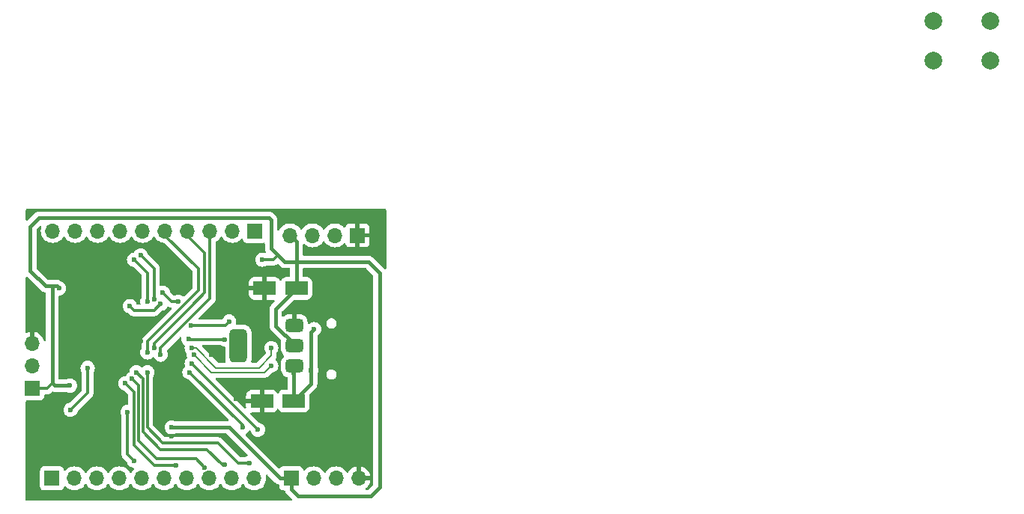
<source format=gbr>
%TF.GenerationSoftware,KiCad,Pcbnew,8.0.5-8.0.5-0~ubuntu24.04.1*%
%TF.CreationDate,2025-02-20T13:25:03+01:00*%
%TF.ProjectId,dev_board_M0,6465765f-626f-4617-9264-5f4d302e6b69,rev?*%
%TF.SameCoordinates,Original*%
%TF.FileFunction,Copper,L2,Bot*%
%TF.FilePolarity,Positive*%
%FSLAX46Y46*%
G04 Gerber Fmt 4.6, Leading zero omitted, Abs format (unit mm)*
G04 Created by KiCad (PCBNEW 8.0.5-8.0.5-0~ubuntu24.04.1) date 2025-02-20 13:25:03*
%MOMM*%
%LPD*%
G01*
G04 APERTURE LIST*
G04 Aperture macros list*
%AMRoundRect*
0 Rectangle with rounded corners*
0 $1 Rounding radius*
0 $2 $3 $4 $5 $6 $7 $8 $9 X,Y pos of 4 corners*
0 Add a 4 corners polygon primitive as box body*
4,1,4,$2,$3,$4,$5,$6,$7,$8,$9,$2,$3,0*
0 Add four circle primitives for the rounded corners*
1,1,$1+$1,$2,$3*
1,1,$1+$1,$4,$5*
1,1,$1+$1,$6,$7*
1,1,$1+$1,$8,$9*
0 Add four rect primitives between the rounded corners*
20,1,$1+$1,$2,$3,$4,$5,0*
20,1,$1+$1,$4,$5,$6,$7,0*
20,1,$1+$1,$6,$7,$8,$9,0*
20,1,$1+$1,$8,$9,$2,$3,0*%
G04 Aperture macros list end*
%TA.AperFunction,ComponentPad*%
%ADD10R,1.700000X1.700000*%
%TD*%
%TA.AperFunction,ComponentPad*%
%ADD11O,1.700000X1.700000*%
%TD*%
%TA.AperFunction,ComponentPad*%
%ADD12C,2.000000*%
%TD*%
%TA.AperFunction,SMDPad,CuDef*%
%ADD13RoundRect,0.500000X0.500000X1.400000X-0.500000X1.400000X-0.500000X-1.400000X0.500000X-1.400000X0*%
%TD*%
%TA.AperFunction,SMDPad,CuDef*%
%ADD14RoundRect,0.375000X0.625000X0.375000X-0.625000X0.375000X-0.625000X-0.375000X0.625000X-0.375000X0*%
%TD*%
%TA.AperFunction,SMDPad,CuDef*%
%ADD15RoundRect,0.250000X1.050000X0.550000X-1.050000X0.550000X-1.050000X-0.550000X1.050000X-0.550000X0*%
%TD*%
%TA.AperFunction,ViaPad*%
%ADD16C,0.600000*%
%TD*%
%TA.AperFunction,Conductor*%
%ADD17C,0.400000*%
%TD*%
%TA.AperFunction,Conductor*%
%ADD18C,0.300000*%
%TD*%
%TA.AperFunction,Conductor*%
%ADD19C,0.200000*%
%TD*%
G04 APERTURE END LIST*
D10*
%TO.P,J6,1,Pin_1*%
%TO.N,+3.3V*%
X107500000Y-81830000D03*
D11*
%TO.P,J6,2,Pin_2*%
%TO.N,Net-(J6-Pin_2)*%
X107500000Y-79290000D03*
%TO.P,J6,3,Pin_3*%
%TO.N,GND*%
X107500000Y-76750000D03*
%TD*%
D12*
%TO.P,SW1,1,1*%
%TO.N,/NRST*%
X209310000Y-40250000D03*
X215810000Y-40250000D03*
%TO.P,SW1,2,2*%
%TO.N,GND*%
X209310000Y-44750000D03*
X215810000Y-44750000D03*
%TD*%
D10*
%TO.P,J5,1,Pin_1*%
%TO.N,+3.3V*%
X136750000Y-92000000D03*
D11*
%TO.P,J5,2,Pin_2*%
%TO.N,/USART1_TX*%
X139290000Y-92000000D03*
%TO.P,J5,3,Pin_3*%
%TO.N,/USART1_RX*%
X141830000Y-92000000D03*
%TO.P,J5,4,Pin_4*%
%TO.N,GND*%
X144370000Y-92000000D03*
%TD*%
D13*
%TO.P,U4,4*%
%TO.N,N/C*%
X130800000Y-77000000D03*
D14*
%TO.P,U4,3,VI*%
%TO.N,+5V*%
X137100000Y-79300000D03*
%TO.P,U4,2,VO*%
%TO.N,+3.3V*%
X137100000Y-77000000D03*
%TO.P,U4,1,GND*%
%TO.N,GND*%
X137100000Y-74700000D03*
%TD*%
D10*
%TO.P,J3,1,Pin_1*%
%TO.N,/PA1*%
X109720000Y-92000000D03*
D11*
%TO.P,J3,2,Pin_2*%
%TO.N,/PA2*%
X112260000Y-92000000D03*
%TO.P,J3,3,Pin_3*%
%TO.N,/PA3*%
X114800000Y-92000000D03*
%TO.P,J3,4,Pin_4*%
%TO.N,/PA4*%
X117340000Y-92000000D03*
%TO.P,J3,5,Pin_5*%
%TO.N,/PA5*%
X119880000Y-92000000D03*
%TO.P,J3,6,Pin_6*%
%TO.N,/PA6*%
X122420000Y-92000000D03*
%TO.P,J3,7,Pin_7*%
%TO.N,/PA7*%
X124960000Y-92000000D03*
%TO.P,J3,8,Pin_8*%
%TO.N,/PB0*%
X127500000Y-92000000D03*
%TO.P,J3,9,Pin_9*%
%TO.N,/PB1*%
X130040000Y-92000000D03*
%TO.P,J3,10,Pin_10*%
%TO.N,/PB2*%
X132580000Y-92000000D03*
%TD*%
D15*
%TO.P,C12,1*%
%TO.N,+3.3V*%
X137350000Y-70500000D03*
%TO.P,C12,2*%
%TO.N,GND*%
X133750000Y-70500000D03*
%TD*%
%TO.P,C11,1*%
%TO.N,+5V*%
X137050000Y-83250000D03*
%TO.P,C11,2*%
%TO.N,GND*%
X133450000Y-83250000D03*
%TD*%
D11*
%TO.P,J4,10,Pin_10*%
%TO.N,/PB9*%
X109800000Y-64000000D03*
%TO.P,J4,9,Pin_9*%
%TO.N,/PB8*%
X112340000Y-64000000D03*
%TO.P,J4,8,Pin_8*%
%TO.N,/PB5*%
X114880000Y-64000000D03*
%TO.P,J4,7,Pin_7*%
%TO.N,/PB4*%
X117420000Y-64000000D03*
%TO.P,J4,6,Pin_6*%
%TO.N,/PB3*%
X119960000Y-64000000D03*
%TO.P,J4,5,Pin_5*%
%TO.N,/PB14*%
X122500000Y-64000000D03*
%TO.P,J4,4,Pin_4*%
%TO.N,/PB15*%
X125040000Y-64000000D03*
%TO.P,J4,3,Pin_3*%
%TO.N,/PA8*%
X127580000Y-64000000D03*
%TO.P,J4,2,Pin_2*%
%TO.N,unconnected-(J4-Pin_2-Pad2)*%
X130120000Y-64000000D03*
D10*
%TO.P,J4,1,Pin_1*%
%TO.N,unconnected-(J4-Pin_1-Pad1)*%
X132660000Y-64000000D03*
%TD*%
%TO.P,J2,1,Pin_1*%
%TO.N,GND*%
X144250000Y-64500000D03*
D11*
%TO.P,J2,2,Pin_2*%
%TO.N,/SWDIO*%
X141710000Y-64500000D03*
%TO.P,J2,3,Pin_3*%
%TO.N,/SWLCK*%
X139170000Y-64500000D03*
%TO.P,J2,4,Pin_4*%
%TO.N,+3.3V*%
X136630000Y-64500000D03*
%TD*%
D16*
%TO.N,GND*%
X139250000Y-82750000D03*
X139250000Y-83750000D03*
X115500000Y-68500000D03*
X116500000Y-69500000D03*
X115750000Y-66750000D03*
X114750000Y-66750000D03*
X118250000Y-71500000D03*
X117500000Y-71500000D03*
X116500000Y-71500000D03*
X115500000Y-71500000D03*
%TO.N,+3.3V*%
X133500000Y-67250000D03*
%TO.N,GND*%
X127750000Y-78000000D03*
X124000000Y-83250000D03*
X124000000Y-82250000D03*
X123250000Y-82250000D03*
X128750000Y-78500000D03*
X125000000Y-82250000D03*
X125000000Y-83250000D03*
X125750000Y-83250000D03*
X125750000Y-82250000D03*
X126000000Y-84500000D03*
X128000000Y-84500000D03*
X130500000Y-83000000D03*
X130500000Y-81500000D03*
X125000000Y-84750000D03*
X123250000Y-87250000D03*
X122000000Y-84750000D03*
X118250000Y-79750000D03*
X118250000Y-79000000D03*
X119000000Y-77500000D03*
X118250000Y-77500000D03*
X119000000Y-78250000D03*
X118250000Y-78250000D03*
X117500000Y-78250000D03*
X117500000Y-77500000D03*
X121750000Y-81250000D03*
X117500000Y-76500000D03*
X119750000Y-76500000D03*
X117000000Y-79500000D03*
%TO.N,+3.3V*%
X123250000Y-86225000D03*
X111753154Y-81502936D03*
X110500000Y-70500000D03*
%TO.N,+5V*%
X137050000Y-80000000D03*
X139359746Y-75106336D03*
X139000000Y-79750000D03*
%TO.N,/PA12*%
X134500000Y-77250000D03*
%TO.N,/PA11*%
X134500000Y-79250000D03*
%TO.N,/USART1_RX*%
X133000000Y-86500000D03*
%TO.N,/USART1_TX*%
X131250000Y-86250000D03*
%TO.N,/USART1_RX*%
X125500000Y-79000000D03*
%TO.N,/USART1_TX*%
X125250000Y-80000000D03*
%TO.N,/SWDIO*%
X125140620Y-76250000D03*
X129265770Y-76265770D03*
%TO.N,/SWLCK*%
X129750000Y-74250000D03*
X125459620Y-74709620D03*
%TO.N,/PB14*%
X120500000Y-77750000D03*
%TO.N,/PB15*%
X121250000Y-77250000D03*
%TO.N,/PA8*%
X122000000Y-78000000D03*
%TO.N,/PB4*%
X121258949Y-71747017D03*
X119750000Y-66750000D03*
%TO.N,/PB5*%
X119000000Y-67250000D03*
X120500000Y-72000000D03*
%TO.N,/SCL*%
X122250000Y-71000000D03*
X124000000Y-72000000D03*
%TO.N,/SDA*%
X118500000Y-72500000D03*
X122000000Y-72250000D03*
%TO.N,/NRST*%
X113750000Y-79500000D03*
X111825000Y-84250000D03*
%TO.N,/PA6*%
X118250000Y-84500000D03*
X119000000Y-90000000D03*
%TO.N,/PA7*%
X118000000Y-81250000D03*
X123750000Y-90500000D03*
%TO.N,/PB0*%
X118750000Y-80750000D03*
X127000000Y-90750000D03*
%TO.N,/PB2*%
X120500000Y-80000000D03*
X132000000Y-90250000D03*
%TO.N,/PB1*%
X129252291Y-90458075D03*
X119250000Y-80000000D03*
%TO.N,/PA11*%
X125752983Y-78008949D03*
%TO.N,/PA12*%
X125500000Y-77250000D03*
%TD*%
D17*
%TO.N,+3.3V*%
X135250000Y-66750000D02*
X134500000Y-66000000D01*
X136000000Y-67500000D02*
X135250000Y-66750000D01*
D18*
X133500000Y-67250000D02*
X134750000Y-67250000D01*
X134750000Y-67250000D02*
X135250000Y-66750000D01*
D17*
X136750000Y-92000000D02*
X135500000Y-92000000D01*
X135500000Y-92000000D02*
X129725000Y-86225000D01*
X129725000Y-86225000D02*
X123250000Y-86225000D01*
X137350000Y-67500000D02*
X145500000Y-67500000D01*
X145500000Y-67500000D02*
X146750000Y-68750000D01*
X146750000Y-68750000D02*
X146750000Y-93000000D01*
X146750000Y-93000000D02*
X145750000Y-94000000D01*
X145750000Y-94000000D02*
X137500000Y-94000000D01*
X137500000Y-94000000D02*
X136750000Y-93250000D01*
X136750000Y-93250000D02*
X136750000Y-92000000D01*
D18*
X107500000Y-81830000D02*
X109170000Y-81830000D01*
X109170000Y-81830000D02*
X109750000Y-81250000D01*
%TO.N,/NRST*%
X113750000Y-79500000D02*
X113750000Y-82325000D01*
X113750000Y-82325000D02*
X111825000Y-84250000D01*
D17*
%TO.N,+3.3V*%
X111750218Y-81500000D02*
X111753154Y-81502936D01*
X110000000Y-81500000D02*
X111750218Y-81500000D01*
X109750000Y-70250000D02*
X110250000Y-70250000D01*
X109000000Y-70250000D02*
X109750000Y-70250000D01*
X109750000Y-70250000D02*
X109750000Y-81250000D01*
X109750000Y-81250000D02*
X110000000Y-81500000D01*
X137350000Y-67500000D02*
X136000000Y-67500000D01*
X134500000Y-66000000D02*
X134500000Y-62750000D01*
X134500000Y-62750000D02*
X134250000Y-62500000D01*
X108250000Y-62500000D02*
X107250000Y-63500000D01*
X134250000Y-62500000D02*
X108250000Y-62500000D01*
X107250000Y-63500000D02*
X107250000Y-68500000D01*
X107250000Y-68500000D02*
X109000000Y-70250000D01*
X110250000Y-70250000D02*
X110500000Y-70500000D01*
X137350000Y-70500000D02*
X137350000Y-67500000D01*
X137350000Y-67500000D02*
X137350000Y-65220000D01*
X137350000Y-65220000D02*
X136630000Y-64500000D01*
D18*
%TO.N,/SWDIO*%
X125140620Y-76250000D02*
X125156390Y-76265770D01*
X125156390Y-76265770D02*
X129265770Y-76265770D01*
D17*
%TO.N,+5V*%
X137050000Y-83250000D02*
X137050000Y-80000000D01*
X137050000Y-80000000D02*
X137050000Y-79350000D01*
%TO.N,+3.3V*%
X137100000Y-76850000D02*
X135000000Y-74750000D01*
X137100000Y-77000000D02*
X137100000Y-76850000D01*
X135000000Y-72850000D02*
X137350000Y-70500000D01*
X135000000Y-74750000D02*
X135000000Y-72850000D01*
%TO.N,+5V*%
X139000000Y-75466082D02*
X139000000Y-79750000D01*
X139359746Y-75106336D02*
X139000000Y-75466082D01*
X137050000Y-79350000D02*
X137100000Y-79300000D01*
X139000000Y-79750000D02*
X139000000Y-81300000D01*
X139000000Y-81300000D02*
X137050000Y-83250000D01*
D19*
%TO.N,/PA12*%
X134500000Y-77250000D02*
X134500000Y-78125000D01*
X134500000Y-78125000D02*
X133125000Y-79500000D01*
X133125000Y-79500000D02*
X128250000Y-79500000D01*
X128250000Y-79500000D02*
X126000000Y-77250000D01*
X126000000Y-77250000D02*
X125500000Y-77250000D01*
%TO.N,/PA11*%
X125752983Y-78008949D02*
X127744034Y-80000000D01*
X127744034Y-80000000D02*
X133750000Y-80000000D01*
X133750000Y-80000000D02*
X134500000Y-79250000D01*
D18*
%TO.N,/USART1_RX*%
X125500000Y-79000000D02*
X133000000Y-86500000D01*
%TO.N,/USART1_TX*%
X131250000Y-86000000D02*
X131250000Y-86250000D01*
X125250000Y-80000000D02*
X131250000Y-86000000D01*
%TO.N,/SWLCK*%
X129290380Y-74709620D02*
X129750000Y-74250000D01*
X125459620Y-74709620D02*
X129290380Y-74709620D01*
%TO.N,/PB14*%
X122500000Y-64500000D02*
X126250000Y-68250000D01*
X126250000Y-68250000D02*
X126250000Y-70750000D01*
X126250000Y-70750000D02*
X120500000Y-76500000D01*
X120500000Y-76500000D02*
X120500000Y-77750000D01*
%TO.N,/PB15*%
X121250000Y-76750000D02*
X121250000Y-77250000D01*
X125500000Y-72500000D02*
X121250000Y-76750000D01*
X127000000Y-66460000D02*
X127000000Y-67500000D01*
X125040000Y-64500000D02*
X127000000Y-66460000D01*
X127000000Y-67500000D02*
X127000000Y-71000000D01*
X127000000Y-71000000D02*
X125500000Y-72500000D01*
%TO.N,/PA8*%
X122000000Y-77250000D02*
X122000000Y-78000000D01*
X123750000Y-75500000D02*
X122000000Y-77250000D01*
X127580000Y-64500000D02*
X127580000Y-71670000D01*
X127580000Y-71670000D02*
X123750000Y-75500000D01*
%TO.N,/PB4*%
X121250000Y-71738068D02*
X121258949Y-71747017D01*
X121250000Y-71250000D02*
X121250000Y-71738068D01*
X119750000Y-66750000D02*
X121250000Y-68250000D01*
X121250000Y-68250000D02*
X121250000Y-71250000D01*
%TO.N,/SCL*%
X122250000Y-71000000D02*
X123250000Y-72000000D01*
X123250000Y-72000000D02*
X124000000Y-72000000D01*
%TO.N,/PB5*%
X120500000Y-68750000D02*
X119000000Y-67250000D01*
X120500000Y-72000000D02*
X120500000Y-68750000D01*
%TO.N,/SDA*%
X122000000Y-72250000D02*
X121250000Y-73000000D01*
X121250000Y-73000000D02*
X119000000Y-73000000D01*
X119000000Y-73000000D02*
X118500000Y-72500000D01*
%TO.N,/PA6*%
X118250000Y-89250000D02*
X118250000Y-84500000D01*
X119000000Y-90000000D02*
X118250000Y-89250000D01*
%TO.N,/PA7*%
X118000000Y-81250000D02*
X119000000Y-82250000D01*
X119000000Y-88250000D02*
X121250000Y-90500000D01*
X119000000Y-82250000D02*
X119000000Y-88250000D01*
X121250000Y-90500000D02*
X123750000Y-90500000D01*
%TO.N,/PB0*%
X119500000Y-87750000D02*
X120750000Y-89000000D01*
X119500000Y-81500000D02*
X119500000Y-85000000D01*
X126000000Y-89750000D02*
X127000000Y-90750000D01*
X120750000Y-89000000D02*
X121500000Y-89750000D01*
X118750000Y-80750000D02*
X119500000Y-81500000D01*
X123500000Y-89750000D02*
X126000000Y-89750000D01*
X121500000Y-89750000D02*
X123500000Y-89750000D01*
X119500000Y-85000000D02*
X119500000Y-87750000D01*
%TO.N,/PB2*%
X120500000Y-86250000D02*
X122250000Y-88000000D01*
X130750000Y-90250000D02*
X132000000Y-90250000D01*
X120500000Y-80000000D02*
X120500000Y-86250000D01*
X128500000Y-88000000D02*
X130750000Y-90250000D01*
X122250000Y-88000000D02*
X128500000Y-88000000D01*
%TO.N,/PB1*%
X120000000Y-80750000D02*
X120000000Y-86750000D01*
X119250000Y-80000000D02*
X120000000Y-80750000D01*
X128958075Y-90458075D02*
X129252291Y-90458075D01*
X122000000Y-88750000D02*
X127250000Y-88750000D01*
X120000000Y-86750000D02*
X122000000Y-88750000D01*
X127250000Y-88750000D02*
X128958075Y-90458075D01*
%TD*%
%TA.AperFunction,Conductor*%
%TO.N,GND*%
G36*
X108447658Y-63395511D02*
G01*
X108503592Y-63437382D01*
X108528009Y-63502847D01*
X108524100Y-63543786D01*
X108464938Y-63764586D01*
X108464936Y-63764596D01*
X108444341Y-63999999D01*
X108444341Y-64000000D01*
X108464936Y-64235403D01*
X108464938Y-64235413D01*
X108526094Y-64463655D01*
X108526096Y-64463659D01*
X108526097Y-64463663D01*
X108573737Y-64565826D01*
X108625965Y-64677830D01*
X108625967Y-64677834D01*
X108676499Y-64750000D01*
X108761505Y-64871401D01*
X108928599Y-65038495D01*
X109010149Y-65095597D01*
X109122165Y-65174032D01*
X109122167Y-65174033D01*
X109122170Y-65174035D01*
X109336337Y-65273903D01*
X109564592Y-65335063D01*
X109741034Y-65350500D01*
X109799999Y-65355659D01*
X109800000Y-65355659D01*
X109800001Y-65355659D01*
X109858966Y-65350500D01*
X110035408Y-65335063D01*
X110263663Y-65273903D01*
X110477830Y-65174035D01*
X110671401Y-65038495D01*
X110838495Y-64871401D01*
X110968425Y-64685842D01*
X111023002Y-64642217D01*
X111092500Y-64635023D01*
X111154855Y-64666546D01*
X111171575Y-64685842D01*
X111301500Y-64871395D01*
X111301505Y-64871401D01*
X111468599Y-65038495D01*
X111550149Y-65095597D01*
X111662165Y-65174032D01*
X111662167Y-65174033D01*
X111662170Y-65174035D01*
X111876337Y-65273903D01*
X112104592Y-65335063D01*
X112281034Y-65350500D01*
X112339999Y-65355659D01*
X112340000Y-65355659D01*
X112340001Y-65355659D01*
X112398966Y-65350500D01*
X112575408Y-65335063D01*
X112803663Y-65273903D01*
X113017830Y-65174035D01*
X113211401Y-65038495D01*
X113378495Y-64871401D01*
X113508425Y-64685842D01*
X113563002Y-64642217D01*
X113632500Y-64635023D01*
X113694855Y-64666546D01*
X113711575Y-64685842D01*
X113841500Y-64871395D01*
X113841505Y-64871401D01*
X114008599Y-65038495D01*
X114090149Y-65095597D01*
X114202165Y-65174032D01*
X114202167Y-65174033D01*
X114202170Y-65174035D01*
X114416337Y-65273903D01*
X114644592Y-65335063D01*
X114821034Y-65350500D01*
X114879999Y-65355659D01*
X114880000Y-65355659D01*
X114880001Y-65355659D01*
X114938966Y-65350500D01*
X115115408Y-65335063D01*
X115343663Y-65273903D01*
X115557830Y-65174035D01*
X115751401Y-65038495D01*
X115918495Y-64871401D01*
X116048425Y-64685842D01*
X116103002Y-64642217D01*
X116172500Y-64635023D01*
X116234855Y-64666546D01*
X116251575Y-64685842D01*
X116381500Y-64871395D01*
X116381505Y-64871401D01*
X116548599Y-65038495D01*
X116630149Y-65095597D01*
X116742165Y-65174032D01*
X116742167Y-65174033D01*
X116742170Y-65174035D01*
X116956337Y-65273903D01*
X117184592Y-65335063D01*
X117361034Y-65350500D01*
X117419999Y-65355659D01*
X117420000Y-65355659D01*
X117420001Y-65355659D01*
X117478966Y-65350500D01*
X117655408Y-65335063D01*
X117883663Y-65273903D01*
X118097830Y-65174035D01*
X118291401Y-65038495D01*
X118458495Y-64871401D01*
X118588425Y-64685842D01*
X118643002Y-64642217D01*
X118712500Y-64635023D01*
X118774855Y-64666546D01*
X118791575Y-64685842D01*
X118921500Y-64871395D01*
X118921505Y-64871401D01*
X119088599Y-65038495D01*
X119170149Y-65095597D01*
X119282165Y-65174032D01*
X119282167Y-65174033D01*
X119282170Y-65174035D01*
X119496337Y-65273903D01*
X119724592Y-65335063D01*
X119901034Y-65350500D01*
X119959999Y-65355659D01*
X119960000Y-65355659D01*
X119960001Y-65355659D01*
X120018966Y-65350500D01*
X120195408Y-65335063D01*
X120423663Y-65273903D01*
X120637830Y-65174035D01*
X120831401Y-65038495D01*
X120998495Y-64871401D01*
X121128425Y-64685842D01*
X121183002Y-64642217D01*
X121252500Y-64635023D01*
X121314855Y-64666546D01*
X121331575Y-64685842D01*
X121461500Y-64871395D01*
X121461505Y-64871401D01*
X121628599Y-65038495D01*
X121710149Y-65095597D01*
X121822165Y-65174032D01*
X121822167Y-65174033D01*
X121822170Y-65174035D01*
X122036337Y-65273903D01*
X122264592Y-65335063D01*
X122384589Y-65345561D01*
X122449657Y-65371013D01*
X122461462Y-65381408D01*
X125563181Y-68483127D01*
X125596666Y-68544450D01*
X125599500Y-68570808D01*
X125599500Y-70429192D01*
X125579815Y-70496231D01*
X125563181Y-70516873D01*
X124693747Y-71386307D01*
X124632424Y-71419792D01*
X124562732Y-71414808D01*
X124518385Y-71386307D01*
X124502262Y-71370184D01*
X124349523Y-71274211D01*
X124179254Y-71214631D01*
X124179249Y-71214630D01*
X124000004Y-71194435D01*
X123999996Y-71194435D01*
X123820750Y-71214630D01*
X123820737Y-71214633D01*
X123650481Y-71274209D01*
X123650474Y-71274212D01*
X123607498Y-71301215D01*
X123540260Y-71320214D01*
X123473426Y-71299845D01*
X123453847Y-71283901D01*
X123071722Y-70901776D01*
X123038237Y-70840453D01*
X123036182Y-70827973D01*
X123035368Y-70820745D01*
X122975789Y-70650478D01*
X122879816Y-70497738D01*
X122752262Y-70370184D01*
X122599523Y-70274211D01*
X122429254Y-70214631D01*
X122429249Y-70214630D01*
X122250004Y-70194435D01*
X122249996Y-70194435D01*
X122070750Y-70214630D01*
X122070742Y-70214632D01*
X122065454Y-70216483D01*
X121995675Y-70220044D01*
X121935048Y-70185315D01*
X121902821Y-70123322D01*
X121900500Y-70099441D01*
X121900500Y-68185928D01*
X121875502Y-68060261D01*
X121875501Y-68060260D01*
X121875501Y-68060256D01*
X121826465Y-67941873D01*
X121826465Y-67941872D01*
X121808289Y-67914671D01*
X121808289Y-67914670D01*
X121755274Y-67835327D01*
X121755271Y-67835324D01*
X120571722Y-66651776D01*
X120538237Y-66590453D01*
X120536182Y-66577973D01*
X120535368Y-66570745D01*
X120475789Y-66400478D01*
X120379816Y-66247738D01*
X120252262Y-66120184D01*
X120170794Y-66068994D01*
X120099523Y-66024211D01*
X119929254Y-65964631D01*
X119929249Y-65964630D01*
X119750004Y-65944435D01*
X119749996Y-65944435D01*
X119570750Y-65964630D01*
X119570745Y-65964631D01*
X119400476Y-66024211D01*
X119247737Y-66120184D01*
X119120184Y-66247737D01*
X119028102Y-66394285D01*
X118975767Y-66440576D01*
X118936992Y-66451533D01*
X118820749Y-66464630D01*
X118820745Y-66464631D01*
X118650476Y-66524211D01*
X118497737Y-66620184D01*
X118370184Y-66747737D01*
X118274211Y-66900476D01*
X118214631Y-67070745D01*
X118214630Y-67070750D01*
X118194435Y-67249996D01*
X118194435Y-67250003D01*
X118214630Y-67429249D01*
X118214631Y-67429254D01*
X118274211Y-67599523D01*
X118340676Y-67705301D01*
X118370184Y-67752262D01*
X118497738Y-67879816D01*
X118650478Y-67975789D01*
X118820745Y-68035368D01*
X118827974Y-68036182D01*
X118892388Y-68063246D01*
X118901776Y-68071722D01*
X119813181Y-68983127D01*
X119846666Y-69044450D01*
X119849500Y-69070808D01*
X119849500Y-71494931D01*
X119830494Y-71560903D01*
X119774211Y-71650477D01*
X119774209Y-71650481D01*
X119714633Y-71820737D01*
X119714630Y-71820750D01*
X119694435Y-71999996D01*
X119694435Y-72000003D01*
X119714630Y-72179249D01*
X119714632Y-72179257D01*
X119716483Y-72184546D01*
X119720044Y-72254325D01*
X119685315Y-72314952D01*
X119623322Y-72347179D01*
X119599441Y-72349500D01*
X119383412Y-72349500D01*
X119316373Y-72329815D01*
X119270618Y-72277011D01*
X119266375Y-72266468D01*
X119225789Y-72150478D01*
X119129816Y-71997738D01*
X119002262Y-71870184D01*
X118985637Y-71859738D01*
X118849523Y-71774211D01*
X118679254Y-71714631D01*
X118679249Y-71714630D01*
X118500004Y-71694435D01*
X118499996Y-71694435D01*
X118320750Y-71714630D01*
X118320745Y-71714631D01*
X118150476Y-71774211D01*
X117997737Y-71870184D01*
X117870184Y-71997737D01*
X117774211Y-72150476D01*
X117714631Y-72320745D01*
X117714630Y-72320750D01*
X117694435Y-72499996D01*
X117694435Y-72500003D01*
X117714630Y-72679249D01*
X117714631Y-72679254D01*
X117774211Y-72849523D01*
X117853549Y-72975788D01*
X117870184Y-73002262D01*
X117997738Y-73129816D01*
X118150478Y-73225789D01*
X118320745Y-73285368D01*
X118327974Y-73286182D01*
X118392388Y-73313246D01*
X118401776Y-73321722D01*
X118585325Y-73505272D01*
X118585326Y-73505273D01*
X118585329Y-73505275D01*
X118585331Y-73505277D01*
X118691873Y-73576465D01*
X118810256Y-73625501D01*
X118810260Y-73625501D01*
X118810261Y-73625502D01*
X118935928Y-73650500D01*
X118935931Y-73650500D01*
X121314071Y-73650500D01*
X121398615Y-73633682D01*
X121439744Y-73625501D01*
X121558127Y-73576465D01*
X121664669Y-73505277D01*
X122098225Y-73071719D01*
X122159544Y-73038237D01*
X122172019Y-73036183D01*
X122179255Y-73035368D01*
X122349522Y-72975789D01*
X122502262Y-72879816D01*
X122629816Y-72752262D01*
X122709467Y-72625499D01*
X122729494Y-72593626D01*
X122731046Y-72594601D01*
X122771669Y-72549595D01*
X122839094Y-72531271D01*
X122905472Y-72552143D01*
X122941874Y-72576466D01*
X122997537Y-72599522D01*
X123060256Y-72625501D01*
X123145456Y-72642448D01*
X123161604Y-72645661D01*
X123223515Y-72678046D01*
X123258089Y-72738762D01*
X123254350Y-72808531D01*
X123225094Y-72854959D01*
X119994727Y-76085325D01*
X119994724Y-76085328D01*
X119951179Y-76150498D01*
X119951180Y-76150499D01*
X119923534Y-76191874D01*
X119874499Y-76310255D01*
X119874497Y-76310261D01*
X119849500Y-76435928D01*
X119849500Y-77244931D01*
X119830494Y-77310903D01*
X119774211Y-77400477D01*
X119774209Y-77400481D01*
X119714633Y-77570737D01*
X119714630Y-77570750D01*
X119694435Y-77749996D01*
X119694435Y-77750003D01*
X119714630Y-77929249D01*
X119714631Y-77929254D01*
X119774211Y-78099523D01*
X119839895Y-78204057D01*
X119870184Y-78252262D01*
X119997738Y-78379816D01*
X120059458Y-78418597D01*
X120122219Y-78458033D01*
X120150478Y-78475789D01*
X120320745Y-78535368D01*
X120320750Y-78535369D01*
X120499996Y-78555565D01*
X120500000Y-78555565D01*
X120500004Y-78555565D01*
X120679249Y-78535369D01*
X120679252Y-78535368D01*
X120679255Y-78535368D01*
X120849522Y-78475789D01*
X121002262Y-78379816D01*
X121072090Y-78309987D01*
X121133409Y-78276505D01*
X121203101Y-78281489D01*
X121259035Y-78323360D01*
X121271487Y-78343867D01*
X121274209Y-78349519D01*
X121278774Y-78356784D01*
X121370184Y-78502262D01*
X121497738Y-78629816D01*
X121588080Y-78686582D01*
X121632721Y-78714632D01*
X121650478Y-78725789D01*
X121713202Y-78747737D01*
X121820745Y-78785368D01*
X121820750Y-78785369D01*
X121999996Y-78805565D01*
X122000000Y-78805565D01*
X122000004Y-78805565D01*
X122179249Y-78785369D01*
X122179252Y-78785368D01*
X122179255Y-78785368D01*
X122349522Y-78725789D01*
X122502262Y-78629816D01*
X122629816Y-78502262D01*
X122725789Y-78349522D01*
X122785368Y-78179255D01*
X122785369Y-78179249D01*
X122805565Y-78000003D01*
X122805565Y-77999996D01*
X122785369Y-77820750D01*
X122785366Y-77820737D01*
X122725790Y-77650481D01*
X122725786Y-77650472D01*
X122698785Y-77607499D01*
X122679785Y-77540262D01*
X122700153Y-77473427D01*
X122716093Y-77453852D01*
X124137188Y-76032757D01*
X124198509Y-75999274D01*
X124268201Y-76004258D01*
X124324134Y-76046130D01*
X124348551Y-76111594D01*
X124348087Y-76134322D01*
X124335055Y-76249994D01*
X124335055Y-76250003D01*
X124355250Y-76429249D01*
X124355251Y-76429254D01*
X124414831Y-76599523D01*
X124510804Y-76752262D01*
X124638357Y-76879815D01*
X124638363Y-76879820D01*
X124671921Y-76900906D01*
X124718212Y-76953240D01*
X124728860Y-77022294D01*
X124722992Y-77046850D01*
X124714631Y-77070746D01*
X124694435Y-77249996D01*
X124694435Y-77250003D01*
X124714630Y-77429249D01*
X124714631Y-77429254D01*
X124774211Y-77599523D01*
X124870184Y-77752262D01*
X124923364Y-77805442D01*
X124956849Y-77866765D01*
X124958903Y-77907006D01*
X124947418Y-78008945D01*
X124947418Y-78008952D01*
X124967614Y-78188201D01*
X124996861Y-78271785D01*
X125000422Y-78341564D01*
X124967501Y-78400419D01*
X124870185Y-78497736D01*
X124870184Y-78497737D01*
X124774211Y-78650476D01*
X124714631Y-78820745D01*
X124714630Y-78820750D01*
X124694435Y-78999996D01*
X124694435Y-79000003D01*
X124714630Y-79179249D01*
X124714633Y-79179262D01*
X124746970Y-79271674D01*
X124750532Y-79341453D01*
X124717611Y-79400309D01*
X124620185Y-79497736D01*
X124620184Y-79497737D01*
X124524211Y-79650476D01*
X124464631Y-79820745D01*
X124464630Y-79820750D01*
X124444435Y-79999996D01*
X124444435Y-80000003D01*
X124464630Y-80179249D01*
X124464631Y-80179254D01*
X124524211Y-80349523D01*
X124606524Y-80480522D01*
X124620184Y-80502262D01*
X124747738Y-80629816D01*
X124808132Y-80667764D01*
X124887392Y-80717567D01*
X124900478Y-80725789D01*
X125070745Y-80785368D01*
X125077974Y-80786182D01*
X125142388Y-80813246D01*
X125151776Y-80821722D01*
X129642873Y-85312819D01*
X129676358Y-85374142D01*
X129671374Y-85443834D01*
X129629502Y-85499767D01*
X129564038Y-85524184D01*
X129555192Y-85524500D01*
X123675494Y-85524500D01*
X123609523Y-85505494D01*
X123599525Y-85499212D01*
X123429254Y-85439631D01*
X123429249Y-85439630D01*
X123250004Y-85419435D01*
X123249996Y-85419435D01*
X123070750Y-85439630D01*
X123070745Y-85439631D01*
X122900476Y-85499211D01*
X122747737Y-85595184D01*
X122620184Y-85722737D01*
X122524211Y-85875476D01*
X122464631Y-86045745D01*
X122464630Y-86045750D01*
X122444435Y-86224996D01*
X122444435Y-86225003D01*
X122464630Y-86404249D01*
X122464631Y-86404254D01*
X122524211Y-86574523D01*
X122590019Y-86679255D01*
X122620184Y-86727262D01*
X122747738Y-86854816D01*
X122838080Y-86911582D01*
X122900474Y-86950787D01*
X122900478Y-86950789D01*
X123070505Y-87010284D01*
X123070745Y-87010368D01*
X123070750Y-87010369D01*
X123249996Y-87030565D01*
X123250000Y-87030565D01*
X123250004Y-87030565D01*
X123429249Y-87010369D01*
X123429252Y-87010368D01*
X123429255Y-87010368D01*
X123599522Y-86950789D01*
X123600553Y-86950141D01*
X123609523Y-86944506D01*
X123675494Y-86925500D01*
X129383481Y-86925500D01*
X129450520Y-86945185D01*
X129471162Y-86961819D01*
X131794712Y-89285369D01*
X131828197Y-89346692D01*
X131823213Y-89416384D01*
X131781341Y-89472317D01*
X131747985Y-89490092D01*
X131650476Y-89524211D01*
X131560904Y-89580494D01*
X131494932Y-89599500D01*
X131070808Y-89599500D01*
X131003769Y-89579815D01*
X130983127Y-89563181D01*
X128914674Y-87494727D01*
X128914673Y-87494726D01*
X128914669Y-87494723D01*
X128808127Y-87423535D01*
X128689744Y-87374499D01*
X128689738Y-87374497D01*
X128564071Y-87349500D01*
X128564069Y-87349500D01*
X122570808Y-87349500D01*
X122503769Y-87329815D01*
X122483127Y-87313181D01*
X121186819Y-86016873D01*
X121153334Y-85955550D01*
X121150500Y-85929192D01*
X121150500Y-80505067D01*
X121169507Y-80439094D01*
X121225788Y-80349524D01*
X121225789Y-80349522D01*
X121285368Y-80179255D01*
X121287380Y-80161401D01*
X121305565Y-80000003D01*
X121305565Y-79999996D01*
X121285369Y-79820750D01*
X121285368Y-79820745D01*
X121247918Y-79713719D01*
X121225789Y-79650478D01*
X121129816Y-79497738D01*
X121002262Y-79370184D01*
X120929568Y-79324507D01*
X120849523Y-79274211D01*
X120679254Y-79214631D01*
X120679249Y-79214630D01*
X120500004Y-79194435D01*
X120499996Y-79194435D01*
X120320750Y-79214630D01*
X120320745Y-79214631D01*
X120150476Y-79274211D01*
X119997737Y-79370184D01*
X119962681Y-79405241D01*
X119901358Y-79438726D01*
X119831666Y-79433742D01*
X119787319Y-79405241D01*
X119752262Y-79370184D01*
X119599523Y-79274211D01*
X119429254Y-79214631D01*
X119429249Y-79214630D01*
X119250004Y-79194435D01*
X119249996Y-79194435D01*
X119070750Y-79214630D01*
X119070745Y-79214631D01*
X118900476Y-79274211D01*
X118747737Y-79370184D01*
X118620184Y-79497737D01*
X118524211Y-79650476D01*
X118464631Y-79820745D01*
X118464630Y-79820749D01*
X118451533Y-79936992D01*
X118424466Y-80001406D01*
X118394285Y-80028102D01*
X118247737Y-80120184D01*
X118120184Y-80247737D01*
X118028102Y-80394285D01*
X117975767Y-80440576D01*
X117936992Y-80451533D01*
X117820749Y-80464630D01*
X117820745Y-80464631D01*
X117650476Y-80524211D01*
X117497737Y-80620184D01*
X117370184Y-80747737D01*
X117274211Y-80900476D01*
X117214631Y-81070745D01*
X117214630Y-81070750D01*
X117194435Y-81249996D01*
X117194435Y-81250003D01*
X117214630Y-81429249D01*
X117214631Y-81429254D01*
X117274211Y-81599523D01*
X117366594Y-81746548D01*
X117370184Y-81752262D01*
X117497738Y-81879816D01*
X117517987Y-81892539D01*
X117626134Y-81960493D01*
X117650478Y-81975789D01*
X117820745Y-82035368D01*
X117827974Y-82036182D01*
X117892388Y-82063246D01*
X117901776Y-82071722D01*
X118313181Y-82483127D01*
X118346666Y-82544450D01*
X118349500Y-82570808D01*
X118349500Y-83572410D01*
X118329815Y-83639449D01*
X118277011Y-83685204D01*
X118239384Y-83695630D01*
X118070749Y-83714630D01*
X118070745Y-83714631D01*
X117900476Y-83774211D01*
X117747737Y-83870184D01*
X117620184Y-83997737D01*
X117524211Y-84150476D01*
X117464631Y-84320745D01*
X117464630Y-84320750D01*
X117444435Y-84499996D01*
X117444435Y-84500003D01*
X117464630Y-84679249D01*
X117464631Y-84679254D01*
X117524211Y-84849524D01*
X117580493Y-84939094D01*
X117599500Y-85005067D01*
X117599500Y-89314069D01*
X117616693Y-89400500D01*
X117624499Y-89439744D01*
X117673535Y-89558127D01*
X117737933Y-89654507D01*
X117744726Y-89664673D01*
X117744727Y-89664674D01*
X118178277Y-90098223D01*
X118211762Y-90159546D01*
X118213815Y-90172012D01*
X118214630Y-90179246D01*
X118214632Y-90179255D01*
X118274210Y-90349521D01*
X118329063Y-90436819D01*
X118370184Y-90502262D01*
X118497738Y-90629816D01*
X118553636Y-90664939D01*
X118640314Y-90719403D01*
X118650478Y-90725789D01*
X118820745Y-90785368D01*
X118820750Y-90785369D01*
X118892005Y-90793397D01*
X118956419Y-90820463D01*
X118995975Y-90878057D01*
X118998114Y-90947894D01*
X118965805Y-91004298D01*
X118841503Y-91128600D01*
X118711575Y-91314158D01*
X118656998Y-91357783D01*
X118587500Y-91364977D01*
X118525145Y-91333454D01*
X118508425Y-91314158D01*
X118378494Y-91128597D01*
X118211402Y-90961506D01*
X118211395Y-90961501D01*
X118017834Y-90825967D01*
X118017830Y-90825965D01*
X117947988Y-90793397D01*
X117803663Y-90726097D01*
X117803659Y-90726096D01*
X117803655Y-90726094D01*
X117575413Y-90664938D01*
X117575403Y-90664936D01*
X117340001Y-90644341D01*
X117339999Y-90644341D01*
X117104596Y-90664936D01*
X117104586Y-90664938D01*
X116876344Y-90726094D01*
X116876335Y-90726098D01*
X116662171Y-90825964D01*
X116662169Y-90825965D01*
X116468597Y-90961505D01*
X116301505Y-91128597D01*
X116171575Y-91314158D01*
X116116998Y-91357783D01*
X116047500Y-91364977D01*
X115985145Y-91333454D01*
X115968425Y-91314158D01*
X115838494Y-91128597D01*
X115671402Y-90961506D01*
X115671395Y-90961501D01*
X115477834Y-90825967D01*
X115477830Y-90825965D01*
X115407988Y-90793397D01*
X115263663Y-90726097D01*
X115263659Y-90726096D01*
X115263655Y-90726094D01*
X115035413Y-90664938D01*
X115035403Y-90664936D01*
X114800001Y-90644341D01*
X114799999Y-90644341D01*
X114564596Y-90664936D01*
X114564586Y-90664938D01*
X114336344Y-90726094D01*
X114336335Y-90726098D01*
X114122171Y-90825964D01*
X114122169Y-90825965D01*
X113928597Y-90961505D01*
X113761505Y-91128597D01*
X113631575Y-91314158D01*
X113576998Y-91357783D01*
X113507500Y-91364977D01*
X113445145Y-91333454D01*
X113428425Y-91314158D01*
X113298494Y-91128597D01*
X113131402Y-90961506D01*
X113131395Y-90961501D01*
X112937834Y-90825967D01*
X112937830Y-90825965D01*
X112867988Y-90793397D01*
X112723663Y-90726097D01*
X112723659Y-90726096D01*
X112723655Y-90726094D01*
X112495413Y-90664938D01*
X112495403Y-90664936D01*
X112260001Y-90644341D01*
X112259999Y-90644341D01*
X112024596Y-90664936D01*
X112024586Y-90664938D01*
X111796344Y-90726094D01*
X111796335Y-90726098D01*
X111582171Y-90825964D01*
X111582169Y-90825965D01*
X111388600Y-90961503D01*
X111266673Y-91083430D01*
X111205350Y-91116914D01*
X111135658Y-91111930D01*
X111079725Y-91070058D01*
X111062810Y-91039081D01*
X111013797Y-90907671D01*
X111013793Y-90907664D01*
X110927547Y-90792455D01*
X110927544Y-90792452D01*
X110812335Y-90706206D01*
X110812328Y-90706202D01*
X110677482Y-90655908D01*
X110677483Y-90655908D01*
X110617883Y-90649501D01*
X110617881Y-90649500D01*
X110617873Y-90649500D01*
X110617864Y-90649500D01*
X108822129Y-90649500D01*
X108822123Y-90649501D01*
X108762516Y-90655908D01*
X108627671Y-90706202D01*
X108627664Y-90706206D01*
X108512455Y-90792452D01*
X108512452Y-90792455D01*
X108426206Y-90907664D01*
X108426202Y-90907671D01*
X108375908Y-91042517D01*
X108369501Y-91102116D01*
X108369500Y-91102135D01*
X108369500Y-92897870D01*
X108369501Y-92897876D01*
X108375908Y-92957483D01*
X108426202Y-93092328D01*
X108426206Y-93092335D01*
X108512452Y-93207544D01*
X108512455Y-93207547D01*
X108627664Y-93293793D01*
X108627671Y-93293797D01*
X108762517Y-93344091D01*
X108762516Y-93344091D01*
X108769444Y-93344835D01*
X108822127Y-93350500D01*
X110617872Y-93350499D01*
X110677483Y-93344091D01*
X110812331Y-93293796D01*
X110927546Y-93207546D01*
X111013796Y-93092331D01*
X111062810Y-92960916D01*
X111104681Y-92904984D01*
X111170145Y-92880566D01*
X111238418Y-92895417D01*
X111266673Y-92916569D01*
X111388599Y-93038495D01*
X111478137Y-93101190D01*
X111582165Y-93174032D01*
X111582167Y-93174033D01*
X111582170Y-93174035D01*
X111796337Y-93273903D01*
X112024592Y-93335063D01*
X112201034Y-93350500D01*
X112259999Y-93355659D01*
X112260000Y-93355659D01*
X112260001Y-93355659D01*
X112318966Y-93350500D01*
X112495408Y-93335063D01*
X112723663Y-93273903D01*
X112937830Y-93174035D01*
X113131401Y-93038495D01*
X113298495Y-92871401D01*
X113428425Y-92685842D01*
X113483002Y-92642217D01*
X113552500Y-92635023D01*
X113614855Y-92666546D01*
X113631575Y-92685842D01*
X113761500Y-92871395D01*
X113761505Y-92871401D01*
X113928599Y-93038495D01*
X114018137Y-93101190D01*
X114122165Y-93174032D01*
X114122167Y-93174033D01*
X114122170Y-93174035D01*
X114336337Y-93273903D01*
X114564592Y-93335063D01*
X114741034Y-93350500D01*
X114799999Y-93355659D01*
X114800000Y-93355659D01*
X114800001Y-93355659D01*
X114858966Y-93350500D01*
X115035408Y-93335063D01*
X115263663Y-93273903D01*
X115477830Y-93174035D01*
X115671401Y-93038495D01*
X115838495Y-92871401D01*
X115968425Y-92685842D01*
X116023002Y-92642217D01*
X116092500Y-92635023D01*
X116154855Y-92666546D01*
X116171575Y-92685842D01*
X116301500Y-92871395D01*
X116301505Y-92871401D01*
X116468599Y-93038495D01*
X116558137Y-93101190D01*
X116662165Y-93174032D01*
X116662167Y-93174033D01*
X116662170Y-93174035D01*
X116876337Y-93273903D01*
X117104592Y-93335063D01*
X117281034Y-93350500D01*
X117339999Y-93355659D01*
X117340000Y-93355659D01*
X117340001Y-93355659D01*
X117398966Y-93350500D01*
X117575408Y-93335063D01*
X117803663Y-93273903D01*
X118017830Y-93174035D01*
X118211401Y-93038495D01*
X118378495Y-92871401D01*
X118508425Y-92685842D01*
X118563002Y-92642217D01*
X118632500Y-92635023D01*
X118694855Y-92666546D01*
X118711575Y-92685842D01*
X118841500Y-92871395D01*
X118841505Y-92871401D01*
X119008599Y-93038495D01*
X119098137Y-93101190D01*
X119202165Y-93174032D01*
X119202167Y-93174033D01*
X119202170Y-93174035D01*
X119416337Y-93273903D01*
X119644592Y-93335063D01*
X119821034Y-93350500D01*
X119879999Y-93355659D01*
X119880000Y-93355659D01*
X119880001Y-93355659D01*
X119938966Y-93350500D01*
X120115408Y-93335063D01*
X120343663Y-93273903D01*
X120557830Y-93174035D01*
X120751401Y-93038495D01*
X120918495Y-92871401D01*
X121048425Y-92685842D01*
X121103002Y-92642217D01*
X121172500Y-92635023D01*
X121234855Y-92666546D01*
X121251575Y-92685842D01*
X121381500Y-92871395D01*
X121381505Y-92871401D01*
X121548599Y-93038495D01*
X121638137Y-93101190D01*
X121742165Y-93174032D01*
X121742167Y-93174033D01*
X121742170Y-93174035D01*
X121956337Y-93273903D01*
X122184592Y-93335063D01*
X122361034Y-93350500D01*
X122419999Y-93355659D01*
X122420000Y-93355659D01*
X122420001Y-93355659D01*
X122478966Y-93350500D01*
X122655408Y-93335063D01*
X122883663Y-93273903D01*
X123097830Y-93174035D01*
X123291401Y-93038495D01*
X123458495Y-92871401D01*
X123588425Y-92685842D01*
X123643002Y-92642217D01*
X123712500Y-92635023D01*
X123774855Y-92666546D01*
X123791575Y-92685842D01*
X123921500Y-92871395D01*
X123921505Y-92871401D01*
X124088599Y-93038495D01*
X124178137Y-93101190D01*
X124282165Y-93174032D01*
X124282167Y-93174033D01*
X124282170Y-93174035D01*
X124496337Y-93273903D01*
X124724592Y-93335063D01*
X124901034Y-93350500D01*
X124959999Y-93355659D01*
X124960000Y-93355659D01*
X124960001Y-93355659D01*
X125018966Y-93350500D01*
X125195408Y-93335063D01*
X125423663Y-93273903D01*
X125637830Y-93174035D01*
X125831401Y-93038495D01*
X125998495Y-92871401D01*
X126128425Y-92685842D01*
X126183002Y-92642217D01*
X126252500Y-92635023D01*
X126314855Y-92666546D01*
X126331575Y-92685842D01*
X126461500Y-92871395D01*
X126461505Y-92871401D01*
X126628599Y-93038495D01*
X126718137Y-93101190D01*
X126822165Y-93174032D01*
X126822167Y-93174033D01*
X126822170Y-93174035D01*
X127036337Y-93273903D01*
X127264592Y-93335063D01*
X127441034Y-93350500D01*
X127499999Y-93355659D01*
X127500000Y-93355659D01*
X127500001Y-93355659D01*
X127558966Y-93350500D01*
X127735408Y-93335063D01*
X127963663Y-93273903D01*
X128177830Y-93174035D01*
X128371401Y-93038495D01*
X128538495Y-92871401D01*
X128668425Y-92685842D01*
X128723002Y-92642217D01*
X128792500Y-92635023D01*
X128854855Y-92666546D01*
X128871575Y-92685842D01*
X129001500Y-92871395D01*
X129001505Y-92871401D01*
X129168599Y-93038495D01*
X129258137Y-93101190D01*
X129362165Y-93174032D01*
X129362167Y-93174033D01*
X129362170Y-93174035D01*
X129576337Y-93273903D01*
X129804592Y-93335063D01*
X129981034Y-93350500D01*
X130039999Y-93355659D01*
X130040000Y-93355659D01*
X130040001Y-93355659D01*
X130098966Y-93350500D01*
X130275408Y-93335063D01*
X130503663Y-93273903D01*
X130717830Y-93174035D01*
X130911401Y-93038495D01*
X131078495Y-92871401D01*
X131208425Y-92685842D01*
X131263002Y-92642217D01*
X131332500Y-92635023D01*
X131394855Y-92666546D01*
X131411575Y-92685842D01*
X131541500Y-92871395D01*
X131541505Y-92871401D01*
X131708599Y-93038495D01*
X131798137Y-93101190D01*
X131902165Y-93174032D01*
X131902167Y-93174033D01*
X131902170Y-93174035D01*
X132116337Y-93273903D01*
X132344592Y-93335063D01*
X132521034Y-93350500D01*
X132579999Y-93355659D01*
X132580000Y-93355659D01*
X132580001Y-93355659D01*
X132638966Y-93350500D01*
X132815408Y-93335063D01*
X133043663Y-93273903D01*
X133257830Y-93174035D01*
X133451401Y-93038495D01*
X133618495Y-92871401D01*
X133754035Y-92677830D01*
X133853903Y-92463663D01*
X133915063Y-92235408D01*
X133935659Y-92000000D01*
X133915063Y-91764592D01*
X133903481Y-91721366D01*
X133905144Y-91651517D01*
X133944307Y-91593655D01*
X134008535Y-91566151D01*
X134077438Y-91577738D01*
X134110937Y-91601593D01*
X134955886Y-92446542D01*
X135009344Y-92500000D01*
X135053459Y-92544115D01*
X135168184Y-92620772D01*
X135168185Y-92620772D01*
X135168189Y-92620775D01*
X135258332Y-92658113D01*
X135295671Y-92673580D01*
X135299691Y-92674379D01*
X135361601Y-92706764D01*
X135396176Y-92767479D01*
X135399500Y-92795996D01*
X135399500Y-92897869D01*
X135399501Y-92897876D01*
X135405908Y-92957483D01*
X135456202Y-93092328D01*
X135456206Y-93092335D01*
X135542452Y-93207544D01*
X135542455Y-93207547D01*
X135657664Y-93293793D01*
X135657671Y-93293797D01*
X135672962Y-93299500D01*
X135792517Y-93344091D01*
X135852127Y-93350500D01*
X135954003Y-93350499D01*
X136021041Y-93370183D01*
X136066797Y-93422986D01*
X136075621Y-93450309D01*
X136076420Y-93454329D01*
X136076421Y-93454332D01*
X136129222Y-93581807D01*
X136205887Y-93696545D01*
X136205888Y-93696546D01*
X136797162Y-94287819D01*
X136830647Y-94349142D01*
X136825663Y-94418833D01*
X136783792Y-94474767D01*
X136718327Y-94499184D01*
X136709481Y-94499500D01*
X106874000Y-94499500D01*
X106806961Y-94479815D01*
X106761206Y-94427011D01*
X106750000Y-94375500D01*
X106750000Y-84249996D01*
X111019435Y-84249996D01*
X111019435Y-84250003D01*
X111039630Y-84429249D01*
X111039631Y-84429254D01*
X111099211Y-84599523D01*
X111157251Y-84691892D01*
X111195184Y-84752262D01*
X111322738Y-84879816D01*
X111475478Y-84975789D01*
X111559150Y-85005067D01*
X111645745Y-85035368D01*
X111645750Y-85035369D01*
X111824996Y-85055565D01*
X111825000Y-85055565D01*
X111825004Y-85055565D01*
X112004249Y-85035369D01*
X112004252Y-85035368D01*
X112004255Y-85035368D01*
X112174522Y-84975789D01*
X112327262Y-84879816D01*
X112454816Y-84752262D01*
X112550789Y-84599522D01*
X112610368Y-84429255D01*
X112611182Y-84422025D01*
X112638245Y-84357611D01*
X112646712Y-84348232D01*
X114255277Y-82739669D01*
X114326465Y-82633127D01*
X114375501Y-82514744D01*
X114394228Y-82420602D01*
X114400500Y-82389070D01*
X114400500Y-80005067D01*
X114419507Y-79939094D01*
X114475788Y-79849524D01*
X114475789Y-79849522D01*
X114535368Y-79679255D01*
X114536750Y-79666993D01*
X114555565Y-79500003D01*
X114555565Y-79499996D01*
X114535369Y-79320750D01*
X114535368Y-79320745D01*
X114485861Y-79179262D01*
X114475789Y-79150478D01*
X114379816Y-78997738D01*
X114252262Y-78870184D01*
X114241117Y-78863181D01*
X114099523Y-78774211D01*
X113929254Y-78714631D01*
X113929249Y-78714630D01*
X113750004Y-78694435D01*
X113749996Y-78694435D01*
X113570750Y-78714630D01*
X113570745Y-78714631D01*
X113400476Y-78774211D01*
X113247737Y-78870184D01*
X113120184Y-78997737D01*
X113024211Y-79150476D01*
X112964631Y-79320745D01*
X112964630Y-79320750D01*
X112944435Y-79499996D01*
X112944435Y-79500003D01*
X112964630Y-79679249D01*
X112964631Y-79679254D01*
X113024211Y-79849524D01*
X113080493Y-79939094D01*
X113099500Y-80005067D01*
X113099500Y-82004191D01*
X113079815Y-82071230D01*
X113063181Y-82091872D01*
X111726775Y-83428277D01*
X111665452Y-83461762D01*
X111652988Y-83463815D01*
X111645752Y-83464630D01*
X111645744Y-83464632D01*
X111475478Y-83524210D01*
X111322737Y-83620184D01*
X111195184Y-83747737D01*
X111099211Y-83900476D01*
X111039631Y-84070745D01*
X111039630Y-84070750D01*
X111019435Y-84249996D01*
X106750000Y-84249996D01*
X106750000Y-83304499D01*
X106769685Y-83237460D01*
X106822489Y-83191705D01*
X106873996Y-83180499D01*
X108397872Y-83180499D01*
X108457483Y-83174091D01*
X108592331Y-83123796D01*
X108707546Y-83037546D01*
X108793796Y-82922331D01*
X108844091Y-82787483D01*
X108850500Y-82727873D01*
X108850500Y-82604500D01*
X108870185Y-82537461D01*
X108922989Y-82491706D01*
X108974500Y-82480500D01*
X109234071Y-82480500D01*
X109318615Y-82463682D01*
X109359744Y-82455501D01*
X109478127Y-82406465D01*
X109504161Y-82389070D01*
X109504162Y-82389070D01*
X109568887Y-82345822D01*
X109584669Y-82335277D01*
X109707680Y-82212264D01*
X109769001Y-82178781D01*
X109819552Y-82178330D01*
X109931004Y-82200500D01*
X109931007Y-82200500D01*
X111322988Y-82200500D01*
X111388961Y-82219507D01*
X111403629Y-82228724D01*
X111403635Y-82228726D01*
X111573891Y-82288302D01*
X111573897Y-82288303D01*
X111573899Y-82288304D01*
X111573900Y-82288304D01*
X111573904Y-82288305D01*
X111753150Y-82308501D01*
X111753154Y-82308501D01*
X111753158Y-82308501D01*
X111932403Y-82288305D01*
X111932406Y-82288304D01*
X111932409Y-82288304D01*
X112102676Y-82228725D01*
X112255416Y-82132752D01*
X112382970Y-82005198D01*
X112478943Y-81852458D01*
X112538522Y-81682191D01*
X112544198Y-81631817D01*
X112558719Y-81502939D01*
X112558719Y-81502932D01*
X112538523Y-81323686D01*
X112538522Y-81323681D01*
X112512740Y-81250000D01*
X112478943Y-81153414D01*
X112382970Y-81000674D01*
X112255416Y-80873120D01*
X112232449Y-80858689D01*
X112102677Y-80777147D01*
X111932408Y-80717567D01*
X111932403Y-80717566D01*
X111753158Y-80697371D01*
X111753150Y-80697371D01*
X111573904Y-80717566D01*
X111573891Y-80717569D01*
X111403634Y-80777145D01*
X111398307Y-80780493D01*
X111332334Y-80799500D01*
X110574500Y-80799500D01*
X110507461Y-80779815D01*
X110461706Y-80727011D01*
X110450500Y-80675500D01*
X110450500Y-71421955D01*
X110470185Y-71354916D01*
X110522989Y-71309161D01*
X110560615Y-71298735D01*
X110593568Y-71295022D01*
X110679250Y-71285369D01*
X110679253Y-71285368D01*
X110679255Y-71285368D01*
X110849522Y-71225789D01*
X111002262Y-71129816D01*
X111129816Y-71002262D01*
X111225789Y-70849522D01*
X111285368Y-70679255D01*
X111285369Y-70679249D01*
X111305565Y-70500003D01*
X111305565Y-70499996D01*
X111285369Y-70320750D01*
X111285368Y-70320745D01*
X111225788Y-70150476D01*
X111129815Y-69997737D01*
X111002262Y-69870184D01*
X110849522Y-69774210D01*
X110849518Y-69774209D01*
X110746014Y-69737991D01*
X110699288Y-69708631D01*
X110696543Y-69705886D01*
X110581807Y-69629222D01*
X110454332Y-69576421D01*
X110454322Y-69576418D01*
X110318996Y-69549500D01*
X110318994Y-69549500D01*
X110318993Y-69549500D01*
X109818993Y-69549500D01*
X109341519Y-69549500D01*
X109274480Y-69529815D01*
X109253838Y-69513181D01*
X107986819Y-68246162D01*
X107953334Y-68184839D01*
X107950500Y-68158481D01*
X107950500Y-63841519D01*
X107970185Y-63774480D01*
X107986819Y-63753838D01*
X108145253Y-63595404D01*
X108316646Y-63424010D01*
X108377967Y-63390527D01*
X108447658Y-63395511D01*
G37*
%TD.AperFunction*%
%TA.AperFunction,Conductor*%
G36*
X128934855Y-64666546D02*
G01*
X128951575Y-64685842D01*
X129081500Y-64871395D01*
X129081505Y-64871401D01*
X129248599Y-65038495D01*
X129330149Y-65095597D01*
X129442165Y-65174032D01*
X129442167Y-65174033D01*
X129442170Y-65174035D01*
X129656337Y-65273903D01*
X129884592Y-65335063D01*
X130061034Y-65350500D01*
X130119999Y-65355659D01*
X130120000Y-65355659D01*
X130120001Y-65355659D01*
X130178966Y-65350500D01*
X130355408Y-65335063D01*
X130583663Y-65273903D01*
X130797830Y-65174035D01*
X130991401Y-65038495D01*
X131113329Y-64916566D01*
X131174648Y-64883084D01*
X131244340Y-64888068D01*
X131300274Y-64929939D01*
X131317189Y-64960917D01*
X131366202Y-65092328D01*
X131366206Y-65092335D01*
X131452452Y-65207544D01*
X131452455Y-65207547D01*
X131567664Y-65293793D01*
X131567671Y-65293797D01*
X131702517Y-65344091D01*
X131702516Y-65344091D01*
X131709444Y-65344835D01*
X131762127Y-65350500D01*
X133557872Y-65350499D01*
X133617483Y-65344091D01*
X133632165Y-65338615D01*
X133701857Y-65333629D01*
X133763180Y-65367114D01*
X133796666Y-65428436D01*
X133799500Y-65454796D01*
X133799500Y-65931006D01*
X133799500Y-66068994D01*
X133799500Y-66068996D01*
X133799499Y-66068996D01*
X133826418Y-66204322D01*
X133826421Y-66204332D01*
X133871416Y-66312960D01*
X133878885Y-66382429D01*
X133847610Y-66444908D01*
X133787520Y-66480560D01*
X133717695Y-66478066D01*
X133715902Y-66477454D01*
X133679261Y-66464633D01*
X133679249Y-66464630D01*
X133500004Y-66444435D01*
X133499996Y-66444435D01*
X133320750Y-66464630D01*
X133320745Y-66464631D01*
X133150476Y-66524211D01*
X132997737Y-66620184D01*
X132870184Y-66747737D01*
X132774211Y-66900476D01*
X132714631Y-67070745D01*
X132714630Y-67070750D01*
X132694435Y-67249996D01*
X132694435Y-67250003D01*
X132714630Y-67429249D01*
X132714631Y-67429254D01*
X132774211Y-67599523D01*
X132840676Y-67705301D01*
X132870184Y-67752262D01*
X132997738Y-67879816D01*
X133150478Y-67975789D01*
X133320739Y-68035366D01*
X133320745Y-68035368D01*
X133320750Y-68035369D01*
X133499996Y-68055565D01*
X133500000Y-68055565D01*
X133500004Y-68055565D01*
X133679249Y-68035369D01*
X133679251Y-68035368D01*
X133679255Y-68035368D01*
X133679258Y-68035366D01*
X133679262Y-68035366D01*
X133769377Y-68003832D01*
X133849522Y-67975789D01*
X133939096Y-67919505D01*
X134005068Y-67900500D01*
X134814071Y-67900500D01*
X134898615Y-67883682D01*
X134939744Y-67875501D01*
X135058127Y-67826465D01*
X135085572Y-67808127D01*
X135139972Y-67771778D01*
X135206649Y-67750901D01*
X135274029Y-67769386D01*
X135296543Y-67787200D01*
X135553453Y-68044111D01*
X135553454Y-68044112D01*
X135668190Y-68120776D01*
X135759219Y-68158481D01*
X135795671Y-68173580D01*
X135795672Y-68173580D01*
X135795677Y-68173582D01*
X135822545Y-68178925D01*
X135822551Y-68178926D01*
X135822591Y-68178934D01*
X135912937Y-68196905D01*
X135931006Y-68200500D01*
X135931007Y-68200500D01*
X136525500Y-68200500D01*
X136592539Y-68220185D01*
X136638294Y-68272989D01*
X136649500Y-68324500D01*
X136649500Y-69075500D01*
X136629815Y-69142539D01*
X136577011Y-69188294D01*
X136525500Y-69199500D01*
X136249999Y-69199500D01*
X136249980Y-69199501D01*
X136147203Y-69210000D01*
X136147200Y-69210001D01*
X135980668Y-69265185D01*
X135980663Y-69265187D01*
X135831342Y-69357289D01*
X135707288Y-69481343D01*
X135707285Y-69481347D01*
X135655244Y-69565719D01*
X135603296Y-69612444D01*
X135534334Y-69623665D01*
X135470252Y-69595822D01*
X135444167Y-69565719D01*
X135392315Y-69481654D01*
X135268345Y-69357684D01*
X135119124Y-69265643D01*
X135119119Y-69265641D01*
X134952697Y-69210494D01*
X134952690Y-69210493D01*
X134849986Y-69200000D01*
X134000000Y-69200000D01*
X134000000Y-71799999D01*
X134759980Y-71799999D01*
X134827019Y-71819684D01*
X134872774Y-71872488D01*
X134882718Y-71941646D01*
X134853693Y-72005202D01*
X134847661Y-72011680D01*
X134455887Y-72403454D01*
X134379222Y-72518192D01*
X134326424Y-72645661D01*
X134326418Y-72645677D01*
X134299500Y-72781004D01*
X134299500Y-72781007D01*
X134299500Y-74681006D01*
X134299500Y-74818994D01*
X134299500Y-74818996D01*
X134299499Y-74818996D01*
X134326418Y-74954322D01*
X134326421Y-74954332D01*
X134379222Y-75081807D01*
X134455887Y-75196545D01*
X134455888Y-75196546D01*
X135585300Y-76325956D01*
X135618785Y-76387279D01*
X135617954Y-76443562D01*
X135602401Y-76506104D01*
X135602400Y-76506108D01*
X135602400Y-76506111D01*
X135601173Y-76524211D01*
X135599500Y-76548879D01*
X135599500Y-77451122D01*
X135599501Y-77451125D01*
X135602399Y-77493886D01*
X135602399Y-77493887D01*
X135648360Y-77678696D01*
X135732967Y-77849292D01*
X135732969Y-77849295D01*
X135852277Y-77997721D01*
X135852278Y-77997722D01*
X135921486Y-78053353D01*
X135961405Y-78110696D01*
X135963985Y-78180518D01*
X135928406Y-78240651D01*
X135921486Y-78246647D01*
X135852278Y-78302277D01*
X135852277Y-78302278D01*
X135732969Y-78450704D01*
X135732967Y-78450707D01*
X135648360Y-78621302D01*
X135602400Y-78806107D01*
X135599500Y-78848879D01*
X135599500Y-79751122D01*
X135599501Y-79751125D01*
X135602399Y-79793886D01*
X135602399Y-79793887D01*
X135609080Y-79820750D01*
X135645658Y-79967834D01*
X135648360Y-79978696D01*
X135732967Y-80149292D01*
X135732969Y-80149295D01*
X135852277Y-80297721D01*
X135852278Y-80297722D01*
X136000704Y-80417030D01*
X136000707Y-80417032D01*
X136057891Y-80445392D01*
X136171307Y-80501641D01*
X136255427Y-80522560D01*
X136315732Y-80557840D01*
X136347392Y-80620126D01*
X136349500Y-80642894D01*
X136349500Y-81825500D01*
X136329815Y-81892539D01*
X136277011Y-81938294D01*
X136225500Y-81949500D01*
X135949999Y-81949500D01*
X135949980Y-81949501D01*
X135847203Y-81960000D01*
X135847200Y-81960001D01*
X135680668Y-82015185D01*
X135680663Y-82015187D01*
X135531342Y-82107289D01*
X135407288Y-82231343D01*
X135407285Y-82231347D01*
X135355244Y-82315719D01*
X135303296Y-82362444D01*
X135234334Y-82373665D01*
X135170252Y-82345822D01*
X135144167Y-82315719D01*
X135092315Y-82231654D01*
X134968345Y-82107684D01*
X134819124Y-82015643D01*
X134819119Y-82015641D01*
X134652697Y-81960494D01*
X134652690Y-81960493D01*
X134549986Y-81950000D01*
X133700000Y-81950000D01*
X133700000Y-84549999D01*
X134549972Y-84549999D01*
X134549986Y-84549998D01*
X134652697Y-84539505D01*
X134819119Y-84484358D01*
X134819124Y-84484356D01*
X134968345Y-84392315D01*
X135092317Y-84268343D01*
X135144167Y-84184281D01*
X135196115Y-84137556D01*
X135265077Y-84126333D01*
X135329159Y-84154176D01*
X135355244Y-84184279D01*
X135407288Y-84268656D01*
X135531344Y-84392712D01*
X135680666Y-84484814D01*
X135847203Y-84539999D01*
X135949991Y-84550500D01*
X138150008Y-84550499D01*
X138252797Y-84539999D01*
X138419334Y-84484814D01*
X138568656Y-84392712D01*
X138692712Y-84268656D01*
X138784814Y-84119334D01*
X138839999Y-83952797D01*
X138850500Y-83850009D01*
X138850499Y-82649992D01*
X138839999Y-82547203D01*
X138839998Y-82547200D01*
X138839998Y-82547198D01*
X138838582Y-82540580D01*
X138839788Y-82540321D01*
X138837625Y-82477461D01*
X138870050Y-82420604D01*
X139544113Y-81746543D01*
X139545329Y-81744724D01*
X139620775Y-81631811D01*
X139673580Y-81504328D01*
X139698182Y-81380647D01*
X139700500Y-81368995D01*
X139700500Y-80175493D01*
X139700863Y-80174234D01*
X140744500Y-80174234D01*
X140744500Y-80325766D01*
X140756008Y-80368716D01*
X140783719Y-80472136D01*
X140816273Y-80528520D01*
X140859485Y-80603365D01*
X140966635Y-80710515D01*
X141036511Y-80750858D01*
X141097693Y-80786182D01*
X141097865Y-80786281D01*
X141244234Y-80825500D01*
X141244236Y-80825500D01*
X141395764Y-80825500D01*
X141395766Y-80825500D01*
X141542135Y-80786281D01*
X141673365Y-80710515D01*
X141780515Y-80603365D01*
X141856281Y-80472135D01*
X141895500Y-80325766D01*
X141895500Y-80174234D01*
X141856281Y-80027865D01*
X141780515Y-79896635D01*
X141673365Y-79789485D01*
X141606919Y-79751122D01*
X141542136Y-79713719D01*
X141468950Y-79694109D01*
X141395766Y-79674500D01*
X141244234Y-79674500D01*
X141097863Y-79713719D01*
X140966635Y-79789485D01*
X140966632Y-79789487D01*
X140859487Y-79896632D01*
X140859485Y-79896635D01*
X140783719Y-80027863D01*
X140769562Y-80080700D01*
X140744500Y-80174234D01*
X139700863Y-80174234D01*
X139719508Y-80109519D01*
X139725787Y-80099525D01*
X139725786Y-80099525D01*
X139725789Y-80099522D01*
X139785368Y-79929255D01*
X139785369Y-79929249D01*
X139805565Y-79750003D01*
X139805565Y-79749996D01*
X139785369Y-79570750D01*
X139785366Y-79570737D01*
X139725790Y-79400479D01*
X139719506Y-79390478D01*
X139700500Y-79324507D01*
X139700500Y-75906166D01*
X139720185Y-75839127D01*
X139758525Y-75801174D01*
X139862008Y-75736152D01*
X139989562Y-75608598D01*
X140085535Y-75455858D01*
X140145114Y-75285591D01*
X140145115Y-75285585D01*
X140165311Y-75106339D01*
X140165311Y-75106332D01*
X140145115Y-74927086D01*
X140145114Y-74927081D01*
X140086756Y-74760304D01*
X140085535Y-74756814D01*
X139989562Y-74604074D01*
X139862008Y-74476520D01*
X139795207Y-74434546D01*
X139731052Y-74394234D01*
X140744500Y-74394234D01*
X140744500Y-74545766D01*
X140747191Y-74555808D01*
X140783719Y-74692136D01*
X140821060Y-74756812D01*
X140859485Y-74823365D01*
X140966635Y-74930515D01*
X141097865Y-75006281D01*
X141244234Y-75045500D01*
X141244236Y-75045500D01*
X141395764Y-75045500D01*
X141395766Y-75045500D01*
X141542135Y-75006281D01*
X141673365Y-74930515D01*
X141780515Y-74823365D01*
X141856281Y-74692135D01*
X141895500Y-74545766D01*
X141895500Y-74394234D01*
X141856281Y-74247865D01*
X141780515Y-74116635D01*
X141673365Y-74009485D01*
X141607750Y-73971602D01*
X141542136Y-73933719D01*
X141418076Y-73900478D01*
X141395766Y-73894500D01*
X141244234Y-73894500D01*
X141097863Y-73933719D01*
X140966635Y-74009485D01*
X140966632Y-74009487D01*
X140859487Y-74116632D01*
X140859485Y-74116635D01*
X140783719Y-74247863D01*
X140764131Y-74320968D01*
X140744500Y-74394234D01*
X139731052Y-74394234D01*
X139709269Y-74380547D01*
X139539000Y-74320967D01*
X139538995Y-74320966D01*
X139359750Y-74300771D01*
X139359742Y-74300771D01*
X139180496Y-74320966D01*
X139180491Y-74320967D01*
X139010222Y-74380547D01*
X138857483Y-74476520D01*
X138811681Y-74522323D01*
X138750358Y-74555808D01*
X138680666Y-74550824D01*
X138624733Y-74508952D01*
X138600316Y-74443488D01*
X138600000Y-74434642D01*
X138600000Y-74248903D01*
X138597102Y-74206175D01*
X138551168Y-74021476D01*
X138466609Y-73850977D01*
X138466607Y-73850974D01*
X138347367Y-73702633D01*
X138347366Y-73702632D01*
X138199025Y-73583392D01*
X138199022Y-73583390D01*
X138028523Y-73498831D01*
X137843824Y-73452897D01*
X137801097Y-73450000D01*
X137350000Y-73450000D01*
X137350000Y-74826000D01*
X137330315Y-74893039D01*
X137277511Y-74938794D01*
X137226000Y-74950000D01*
X136974000Y-74950000D01*
X136906961Y-74930315D01*
X136861206Y-74877511D01*
X136850000Y-74826000D01*
X136850000Y-73450000D01*
X136398903Y-73450000D01*
X136356175Y-73452897D01*
X136171476Y-73498831D01*
X136000977Y-73583390D01*
X136000974Y-73583392D01*
X135902187Y-73662800D01*
X135837603Y-73689459D01*
X135768859Y-73676968D01*
X135717780Y-73629295D01*
X135700500Y-73566153D01*
X135700500Y-73191518D01*
X135720185Y-73124479D01*
X135736814Y-73103842D01*
X137003838Y-71836817D01*
X137065161Y-71803333D01*
X137091519Y-71800499D01*
X138450002Y-71800499D01*
X138450008Y-71800499D01*
X138552797Y-71789999D01*
X138719334Y-71734814D01*
X138868656Y-71642712D01*
X138992712Y-71518656D01*
X139084814Y-71369334D01*
X139139999Y-71202797D01*
X139150500Y-71100009D01*
X139150499Y-69899992D01*
X139139999Y-69797203D01*
X139084814Y-69630666D01*
X138992712Y-69481344D01*
X138868656Y-69357288D01*
X138719334Y-69265186D01*
X138552797Y-69210001D01*
X138552795Y-69210000D01*
X138450016Y-69199500D01*
X138450009Y-69199500D01*
X138174500Y-69199500D01*
X138107461Y-69179815D01*
X138061706Y-69127011D01*
X138050500Y-69075500D01*
X138050500Y-68324500D01*
X138070185Y-68257461D01*
X138122989Y-68211706D01*
X138174500Y-68200500D01*
X145158481Y-68200500D01*
X145225520Y-68220185D01*
X145246162Y-68236819D01*
X146013181Y-69003838D01*
X146046666Y-69065161D01*
X146049500Y-69091519D01*
X146049500Y-92658481D01*
X146029815Y-92725520D01*
X146013181Y-92746162D01*
X145496162Y-93263181D01*
X145434839Y-93296666D01*
X145408481Y-93299500D01*
X145261052Y-93299500D01*
X145194013Y-93279815D01*
X145148258Y-93227011D01*
X145138314Y-93157853D01*
X145167339Y-93094297D01*
X145189928Y-93073926D01*
X145241078Y-93038109D01*
X145408105Y-92871082D01*
X145543600Y-92677578D01*
X145643429Y-92463492D01*
X145643432Y-92463486D01*
X145700636Y-92250000D01*
X144803012Y-92250000D01*
X144835925Y-92192993D01*
X144870000Y-92065826D01*
X144870000Y-91934174D01*
X144835925Y-91807007D01*
X144803012Y-91750000D01*
X145700636Y-91750000D01*
X145700635Y-91749999D01*
X145643432Y-91536513D01*
X145643429Y-91536507D01*
X145543600Y-91322422D01*
X145543599Y-91322420D01*
X145408113Y-91128926D01*
X145408108Y-91128920D01*
X145241082Y-90961894D01*
X145047578Y-90826399D01*
X144833492Y-90726570D01*
X144833486Y-90726567D01*
X144620000Y-90669364D01*
X144620000Y-91566988D01*
X144562993Y-91534075D01*
X144435826Y-91500000D01*
X144304174Y-91500000D01*
X144177007Y-91534075D01*
X144120000Y-91566988D01*
X144120000Y-90669364D01*
X144119999Y-90669364D01*
X143906513Y-90726567D01*
X143906507Y-90726570D01*
X143692422Y-90826399D01*
X143692420Y-90826400D01*
X143498926Y-90961886D01*
X143498920Y-90961891D01*
X143331891Y-91128920D01*
X143331890Y-91128922D01*
X143201880Y-91314595D01*
X143147303Y-91358219D01*
X143077804Y-91365412D01*
X143015450Y-91333890D01*
X142998730Y-91314594D01*
X142868494Y-91128597D01*
X142701402Y-90961506D01*
X142701395Y-90961501D01*
X142507834Y-90825967D01*
X142507830Y-90825965D01*
X142437988Y-90793397D01*
X142293663Y-90726097D01*
X142293659Y-90726096D01*
X142293655Y-90726094D01*
X142065413Y-90664938D01*
X142065403Y-90664936D01*
X141830001Y-90644341D01*
X141829999Y-90644341D01*
X141594596Y-90664936D01*
X141594586Y-90664938D01*
X141366344Y-90726094D01*
X141366335Y-90726098D01*
X141152171Y-90825964D01*
X141152169Y-90825965D01*
X140958597Y-90961505D01*
X140791505Y-91128597D01*
X140661575Y-91314158D01*
X140606998Y-91357783D01*
X140537500Y-91364977D01*
X140475145Y-91333454D01*
X140458425Y-91314158D01*
X140328494Y-91128597D01*
X140161402Y-90961506D01*
X140161395Y-90961501D01*
X139967834Y-90825967D01*
X139967830Y-90825965D01*
X139897988Y-90793397D01*
X139753663Y-90726097D01*
X139753659Y-90726096D01*
X139753655Y-90726094D01*
X139525413Y-90664938D01*
X139525403Y-90664936D01*
X139290001Y-90644341D01*
X139289999Y-90644341D01*
X139054596Y-90664936D01*
X139054586Y-90664938D01*
X138826344Y-90726094D01*
X138826335Y-90726098D01*
X138612171Y-90825964D01*
X138612169Y-90825965D01*
X138418600Y-90961503D01*
X138296673Y-91083430D01*
X138235350Y-91116914D01*
X138165658Y-91111930D01*
X138109725Y-91070058D01*
X138092810Y-91039081D01*
X138043797Y-90907671D01*
X138043793Y-90907664D01*
X137957547Y-90792455D01*
X137957544Y-90792452D01*
X137842335Y-90706206D01*
X137842328Y-90706202D01*
X137707482Y-90655908D01*
X137707483Y-90655908D01*
X137647883Y-90649501D01*
X137647881Y-90649500D01*
X137647873Y-90649500D01*
X137647864Y-90649500D01*
X135852129Y-90649500D01*
X135852123Y-90649501D01*
X135792516Y-90655908D01*
X135657671Y-90706202D01*
X135657664Y-90706206D01*
X135542456Y-90792451D01*
X135542454Y-90792454D01*
X135517369Y-90825964D01*
X135517183Y-90826212D01*
X135461248Y-90868082D01*
X135391556Y-90873065D01*
X135330236Y-90839580D01*
X131627745Y-87137089D01*
X131594260Y-87075766D01*
X131599244Y-87006074D01*
X131641116Y-86950141D01*
X131649443Y-86944421D01*
X131752262Y-86879816D01*
X131879816Y-86752262D01*
X131971700Y-86606028D01*
X132024033Y-86559738D01*
X132093087Y-86549089D01*
X132156935Y-86577464D01*
X132164374Y-86584320D01*
X132178277Y-86598223D01*
X132211762Y-86659546D01*
X132213815Y-86672012D01*
X132214630Y-86679246D01*
X132214632Y-86679255D01*
X132274210Y-86849521D01*
X132277537Y-86854816D01*
X132370184Y-87002262D01*
X132497738Y-87129816D01*
X132650478Y-87225789D01*
X132820745Y-87285368D01*
X132820750Y-87285369D01*
X132999996Y-87305565D01*
X133000000Y-87305565D01*
X133000004Y-87305565D01*
X133179249Y-87285369D01*
X133179252Y-87285368D01*
X133179255Y-87285368D01*
X133349522Y-87225789D01*
X133502262Y-87129816D01*
X133629816Y-87002262D01*
X133725789Y-86849522D01*
X133785368Y-86679255D01*
X133791041Y-86628904D01*
X133805565Y-86500003D01*
X133805565Y-86499996D01*
X133785369Y-86320750D01*
X133785368Y-86320745D01*
X133725788Y-86150476D01*
X133629815Y-85997737D01*
X133502262Y-85870184D01*
X133349521Y-85774210D01*
X133179255Y-85714632D01*
X133179246Y-85714630D01*
X133172012Y-85713815D01*
X133107600Y-85686744D01*
X133098223Y-85678277D01*
X132173161Y-84753215D01*
X132139676Y-84691892D01*
X132144660Y-84622200D01*
X132186532Y-84566267D01*
X132251996Y-84541850D01*
X132273446Y-84542176D01*
X132350021Y-84549999D01*
X133199999Y-84549999D01*
X133200000Y-84549998D01*
X133200000Y-83500000D01*
X131650001Y-83500000D01*
X131650001Y-83849989D01*
X131657823Y-83926556D01*
X131645053Y-83995249D01*
X131597172Y-84046133D01*
X131529382Y-84063053D01*
X131463206Y-84040637D01*
X131446784Y-84026838D01*
X130069959Y-82650013D01*
X131650000Y-82650013D01*
X131650000Y-83000000D01*
X133200000Y-83000000D01*
X133200000Y-81950000D01*
X132350028Y-81950000D01*
X132350012Y-81950001D01*
X132247302Y-81960494D01*
X132080880Y-82015641D01*
X132080875Y-82015643D01*
X131931654Y-82107684D01*
X131807684Y-82231654D01*
X131715643Y-82380875D01*
X131715641Y-82380880D01*
X131660494Y-82547302D01*
X131660493Y-82547309D01*
X131650000Y-82650013D01*
X130069959Y-82650013D01*
X128232127Y-80812181D01*
X128198642Y-80750858D01*
X128203626Y-80681166D01*
X128245498Y-80625233D01*
X128310962Y-80600816D01*
X128319808Y-80600500D01*
X133663331Y-80600500D01*
X133663347Y-80600501D01*
X133670943Y-80600501D01*
X133829054Y-80600501D01*
X133829057Y-80600501D01*
X133981785Y-80559577D01*
X134043040Y-80524211D01*
X134118716Y-80480520D01*
X134230520Y-80368716D01*
X134230520Y-80368714D01*
X134240724Y-80358511D01*
X134240728Y-80358506D01*
X134518535Y-80080698D01*
X134579856Y-80047215D01*
X134592311Y-80045163D01*
X134679255Y-80035368D01*
X134849522Y-79975789D01*
X135002262Y-79879816D01*
X135129816Y-79752262D01*
X135225789Y-79599522D01*
X135285368Y-79429255D01*
X135288074Y-79405241D01*
X135305565Y-79250003D01*
X135305565Y-79249996D01*
X135285369Y-79070750D01*
X135285368Y-79070745D01*
X135242397Y-78947941D01*
X135225789Y-78900478D01*
X135225174Y-78899500D01*
X135179202Y-78826335D01*
X135129816Y-78747738D01*
X135009467Y-78627389D01*
X134975982Y-78566066D01*
X134980966Y-78496374D01*
X134989755Y-78477718D01*
X135059577Y-78356784D01*
X135100501Y-78204057D01*
X135100501Y-78045942D01*
X135100501Y-78038347D01*
X135100500Y-78038329D01*
X135100500Y-77832412D01*
X135120185Y-77765373D01*
X135127555Y-77755097D01*
X135129810Y-77752267D01*
X135129816Y-77752262D01*
X135225789Y-77599522D01*
X135285368Y-77429255D01*
X135288610Y-77400481D01*
X135305565Y-77250003D01*
X135305565Y-77249996D01*
X135285369Y-77070750D01*
X135285368Y-77070745D01*
X135278507Y-77051138D01*
X135225789Y-76900478D01*
X135210408Y-76876000D01*
X135186582Y-76838080D01*
X135129816Y-76747738D01*
X135002262Y-76620184D01*
X134969379Y-76599522D01*
X134849523Y-76524211D01*
X134679254Y-76464631D01*
X134679249Y-76464630D01*
X134500004Y-76444435D01*
X134499996Y-76444435D01*
X134320750Y-76464630D01*
X134320745Y-76464631D01*
X134150476Y-76524211D01*
X133997737Y-76620184D01*
X133870184Y-76747737D01*
X133774211Y-76900476D01*
X133714631Y-77070745D01*
X133714630Y-77070750D01*
X133694435Y-77249996D01*
X133694435Y-77250003D01*
X133714630Y-77429249D01*
X133714631Y-77429254D01*
X133774211Y-77599523D01*
X133873889Y-77758158D01*
X133872443Y-77759066D01*
X133895524Y-77815623D01*
X133882759Y-77884317D01*
X133859848Y-77915915D01*
X132912584Y-78863181D01*
X132851261Y-78896666D01*
X132824903Y-78899500D01*
X132362184Y-78899500D01*
X132295145Y-78879815D01*
X132249390Y-78827011D01*
X132239446Y-78757853D01*
X132242968Y-78741388D01*
X132289886Y-78577418D01*
X132300500Y-78458037D01*
X132300499Y-75541964D01*
X132289886Y-75422582D01*
X132233909Y-75226951D01*
X132139698Y-75046593D01*
X132045049Y-74930515D01*
X132011109Y-74888890D01*
X131853409Y-74760304D01*
X131853410Y-74760304D01*
X131853407Y-74760302D01*
X131673049Y-74666091D01*
X131673048Y-74666090D01*
X131673045Y-74666089D01*
X131555829Y-74632550D01*
X131477418Y-74610114D01*
X131477415Y-74610113D01*
X131477413Y-74610113D01*
X131404631Y-74603642D01*
X131358037Y-74599500D01*
X131358033Y-74599500D01*
X130650558Y-74599500D01*
X130583519Y-74579815D01*
X130537764Y-74527011D01*
X130527820Y-74457853D01*
X130533514Y-74434551D01*
X130535368Y-74429255D01*
X130555565Y-74250000D01*
X130555441Y-74248903D01*
X130535369Y-74070750D01*
X130535368Y-74070745D01*
X130502241Y-73976074D01*
X130475789Y-73900478D01*
X130379816Y-73747738D01*
X130252262Y-73620184D01*
X130182684Y-73576465D01*
X130099523Y-73524211D01*
X129929254Y-73464631D01*
X129929249Y-73464630D01*
X129750004Y-73444435D01*
X129749996Y-73444435D01*
X129570750Y-73464630D01*
X129570745Y-73464631D01*
X129400476Y-73524211D01*
X129247737Y-73620184D01*
X129120184Y-73747737D01*
X129024211Y-73900476D01*
X128997759Y-73976074D01*
X128957037Y-74032850D01*
X128892084Y-74058598D01*
X128880717Y-74059120D01*
X126410188Y-74059120D01*
X126343149Y-74039435D01*
X126297394Y-73986631D01*
X126287450Y-73917473D01*
X126316475Y-73853917D01*
X126322507Y-73847439D01*
X128085273Y-72084673D01*
X128085277Y-72084669D01*
X128156465Y-71978127D01*
X128205501Y-71859744D01*
X128230352Y-71734814D01*
X128230500Y-71734071D01*
X128230500Y-71099986D01*
X131950001Y-71099986D01*
X131960494Y-71202697D01*
X132015641Y-71369119D01*
X132015643Y-71369124D01*
X132107684Y-71518345D01*
X132231654Y-71642315D01*
X132380875Y-71734356D01*
X132380880Y-71734358D01*
X132547302Y-71789505D01*
X132547309Y-71789506D01*
X132650019Y-71799999D01*
X133499999Y-71799999D01*
X133500000Y-71799998D01*
X133500000Y-70750000D01*
X131950001Y-70750000D01*
X131950001Y-71099986D01*
X128230500Y-71099986D01*
X128230500Y-69900013D01*
X131950000Y-69900013D01*
X131950000Y-70250000D01*
X133500000Y-70250000D01*
X133500000Y-69200000D01*
X132650028Y-69200000D01*
X132650012Y-69200001D01*
X132547302Y-69210494D01*
X132380880Y-69265641D01*
X132380875Y-69265643D01*
X132231654Y-69357684D01*
X132107684Y-69481654D01*
X132015643Y-69630875D01*
X132015641Y-69630880D01*
X131960494Y-69797302D01*
X131960493Y-69797309D01*
X131950000Y-69900013D01*
X128230500Y-69900013D01*
X128230500Y-65257722D01*
X128250185Y-65190683D01*
X128283377Y-65156147D01*
X128369851Y-65095597D01*
X128451401Y-65038495D01*
X128618495Y-64871401D01*
X128748425Y-64685842D01*
X128803002Y-64642217D01*
X128872500Y-64635023D01*
X128934855Y-64666546D01*
G37*
%TD.AperFunction*%
%TA.AperFunction,Conductor*%
G36*
X128826674Y-76935276D02*
G01*
X128916247Y-76991559D01*
X128916251Y-76991560D01*
X129086507Y-77051136D01*
X129086513Y-77051137D01*
X129086515Y-77051138D01*
X129086516Y-77051138D01*
X129086520Y-77051139D01*
X129154969Y-77058850D01*
X129189382Y-77062728D01*
X129253797Y-77089794D01*
X129293352Y-77147388D01*
X129299500Y-77185948D01*
X129299500Y-78458028D01*
X129299501Y-78458034D01*
X129310113Y-78577413D01*
X129310113Y-78577415D01*
X129310114Y-78577418D01*
X129357032Y-78741388D01*
X129356549Y-78811256D01*
X129318369Y-78869772D01*
X129254614Y-78898357D01*
X129237816Y-78899500D01*
X128550098Y-78899500D01*
X128483059Y-78879815D01*
X128462417Y-78863181D01*
X127596429Y-77997193D01*
X126727185Y-77127950D01*
X126693701Y-77066628D01*
X126698685Y-76996936D01*
X126740557Y-76941003D01*
X126806021Y-76916586D01*
X126814867Y-76916270D01*
X128760702Y-76916270D01*
X128826674Y-76935276D01*
G37*
%TD.AperFunction*%
%TA.AperFunction,Conductor*%
G36*
X106955203Y-69196306D02*
G01*
X106961681Y-69202338D01*
X108553453Y-70794111D01*
X108553454Y-70794112D01*
X108668192Y-70870777D01*
X108795667Y-70923578D01*
X108795672Y-70923580D01*
X108795676Y-70923580D01*
X108795677Y-70923581D01*
X108931003Y-70950500D01*
X108937066Y-70951097D01*
X108936798Y-70953817D01*
X108992539Y-70970185D01*
X109038294Y-71022989D01*
X109049500Y-71074500D01*
X109049500Y-76374938D01*
X109029815Y-76441977D01*
X108977011Y-76487732D01*
X108907853Y-76497676D01*
X108844297Y-76468651D01*
X108806523Y-76409873D01*
X108805725Y-76407031D01*
X108773433Y-76286516D01*
X108773429Y-76286507D01*
X108673600Y-76072422D01*
X108673599Y-76072420D01*
X108538113Y-75878926D01*
X108538108Y-75878920D01*
X108371082Y-75711894D01*
X108177578Y-75576399D01*
X107963492Y-75476570D01*
X107963486Y-75476567D01*
X107750000Y-75419364D01*
X107750000Y-76316988D01*
X107692993Y-76284075D01*
X107565826Y-76250000D01*
X107434174Y-76250000D01*
X107307007Y-76284075D01*
X107250000Y-76316988D01*
X107250000Y-75419364D01*
X107249999Y-75419364D01*
X107036513Y-75476567D01*
X107036502Y-75476571D01*
X106926404Y-75527911D01*
X106857327Y-75538403D01*
X106793543Y-75509883D01*
X106755304Y-75451406D01*
X106750000Y-75415529D01*
X106750000Y-69290019D01*
X106769685Y-69222980D01*
X106822489Y-69177225D01*
X106891647Y-69167281D01*
X106955203Y-69196306D01*
G37*
%TD.AperFunction*%
%TA.AperFunction,Conductor*%
G36*
X147442539Y-61520185D02*
G01*
X147488294Y-61572989D01*
X147499500Y-61624500D01*
X147499500Y-68209480D01*
X147479815Y-68276519D01*
X147427011Y-68322274D01*
X147357853Y-68332218D01*
X147294297Y-68303193D01*
X147287819Y-68297161D01*
X145946545Y-66955887D01*
X145831807Y-66879222D01*
X145704332Y-66826421D01*
X145704322Y-66826418D01*
X145568996Y-66799500D01*
X145568994Y-66799500D01*
X145568993Y-66799500D01*
X138174500Y-66799500D01*
X138107461Y-66779815D01*
X138061706Y-66727011D01*
X138050500Y-66675500D01*
X138050500Y-65589758D01*
X138070185Y-65522719D01*
X138122989Y-65476964D01*
X138192147Y-65467020D01*
X138255703Y-65496045D01*
X138262181Y-65502077D01*
X138298599Y-65538495D01*
X138371810Y-65589758D01*
X138492165Y-65674032D01*
X138492167Y-65674033D01*
X138492170Y-65674035D01*
X138706337Y-65773903D01*
X138934592Y-65835063D01*
X139105319Y-65850000D01*
X139169999Y-65855659D01*
X139170000Y-65855659D01*
X139170001Y-65855659D01*
X139234681Y-65850000D01*
X139405408Y-65835063D01*
X139633663Y-65773903D01*
X139847830Y-65674035D01*
X140041401Y-65538495D01*
X140208495Y-65371401D01*
X140338425Y-65185842D01*
X140393002Y-65142217D01*
X140462500Y-65135023D01*
X140524855Y-65166546D01*
X140541575Y-65185842D01*
X140671500Y-65371395D01*
X140671505Y-65371401D01*
X140838599Y-65538495D01*
X140911810Y-65589758D01*
X141032165Y-65674032D01*
X141032167Y-65674033D01*
X141032170Y-65674035D01*
X141246337Y-65773903D01*
X141474592Y-65835063D01*
X141645319Y-65850000D01*
X141709999Y-65855659D01*
X141710000Y-65855659D01*
X141710001Y-65855659D01*
X141774681Y-65850000D01*
X141945408Y-65835063D01*
X142173663Y-65773903D01*
X142387830Y-65674035D01*
X142581401Y-65538495D01*
X142703717Y-65416178D01*
X142765036Y-65382696D01*
X142834728Y-65387680D01*
X142890662Y-65429551D01*
X142907577Y-65460528D01*
X142956646Y-65592088D01*
X142956649Y-65592093D01*
X143042809Y-65707187D01*
X143042812Y-65707190D01*
X143157906Y-65793350D01*
X143157913Y-65793354D01*
X143292620Y-65843596D01*
X143292627Y-65843598D01*
X143352155Y-65849999D01*
X143352172Y-65850000D01*
X144000000Y-65850000D01*
X144000000Y-64933012D01*
X144057007Y-64965925D01*
X144184174Y-65000000D01*
X144315826Y-65000000D01*
X144442993Y-64965925D01*
X144500000Y-64933012D01*
X144500000Y-65850000D01*
X145147828Y-65850000D01*
X145147844Y-65849999D01*
X145207372Y-65843598D01*
X145207379Y-65843596D01*
X145342086Y-65793354D01*
X145342093Y-65793350D01*
X145457187Y-65707190D01*
X145457190Y-65707187D01*
X145543350Y-65592093D01*
X145543354Y-65592086D01*
X145593596Y-65457379D01*
X145593598Y-65457372D01*
X145599999Y-65397844D01*
X145600000Y-65397827D01*
X145600000Y-64750000D01*
X144683012Y-64750000D01*
X144715925Y-64692993D01*
X144750000Y-64565826D01*
X144750000Y-64434174D01*
X144715925Y-64307007D01*
X144683012Y-64250000D01*
X145600000Y-64250000D01*
X145600000Y-63602172D01*
X145599999Y-63602155D01*
X145593598Y-63542627D01*
X145593596Y-63542620D01*
X145543354Y-63407913D01*
X145543350Y-63407906D01*
X145457190Y-63292812D01*
X145457187Y-63292809D01*
X145342093Y-63206649D01*
X145342086Y-63206645D01*
X145207379Y-63156403D01*
X145207372Y-63156401D01*
X145147844Y-63150000D01*
X144500000Y-63150000D01*
X144500000Y-64066988D01*
X144442993Y-64034075D01*
X144315826Y-64000000D01*
X144184174Y-64000000D01*
X144057007Y-64034075D01*
X144000000Y-64066988D01*
X144000000Y-63150000D01*
X143352155Y-63150000D01*
X143292627Y-63156401D01*
X143292620Y-63156403D01*
X143157913Y-63206645D01*
X143157906Y-63206649D01*
X143042812Y-63292809D01*
X143042809Y-63292812D01*
X142956649Y-63407906D01*
X142956645Y-63407913D01*
X142907578Y-63539470D01*
X142865707Y-63595404D01*
X142800242Y-63619821D01*
X142731969Y-63604969D01*
X142703715Y-63583819D01*
X142647863Y-63527967D01*
X142581401Y-63461505D01*
X142581397Y-63461502D01*
X142581396Y-63461501D01*
X142387834Y-63325967D01*
X142387830Y-63325965D01*
X142379694Y-63322171D01*
X142173663Y-63226097D01*
X142173659Y-63226096D01*
X142173655Y-63226094D01*
X141945413Y-63164938D01*
X141945403Y-63164936D01*
X141710001Y-63144341D01*
X141709999Y-63144341D01*
X141474596Y-63164936D01*
X141474586Y-63164938D01*
X141246344Y-63226094D01*
X141246335Y-63226098D01*
X141032171Y-63325964D01*
X141032169Y-63325965D01*
X140838597Y-63461505D01*
X140671505Y-63628597D01*
X140541575Y-63814158D01*
X140486998Y-63857783D01*
X140417500Y-63864977D01*
X140355145Y-63833454D01*
X140338425Y-63814158D01*
X140208494Y-63628597D01*
X140041402Y-63461506D01*
X140041395Y-63461501D01*
X139847834Y-63325967D01*
X139847830Y-63325965D01*
X139839694Y-63322171D01*
X139633663Y-63226097D01*
X139633659Y-63226096D01*
X139633655Y-63226094D01*
X139405413Y-63164938D01*
X139405403Y-63164936D01*
X139170001Y-63144341D01*
X139169999Y-63144341D01*
X138934596Y-63164936D01*
X138934586Y-63164938D01*
X138706344Y-63226094D01*
X138706335Y-63226098D01*
X138492171Y-63325964D01*
X138492169Y-63325965D01*
X138298597Y-63461505D01*
X138131505Y-63628597D01*
X138001575Y-63814158D01*
X137946998Y-63857783D01*
X137877500Y-63864977D01*
X137815145Y-63833454D01*
X137798425Y-63814158D01*
X137668494Y-63628597D01*
X137501402Y-63461506D01*
X137501395Y-63461501D01*
X137307834Y-63325967D01*
X137307830Y-63325965D01*
X137299694Y-63322171D01*
X137093663Y-63226097D01*
X137093659Y-63226096D01*
X137093655Y-63226094D01*
X136865413Y-63164938D01*
X136865403Y-63164936D01*
X136630001Y-63144341D01*
X136629999Y-63144341D01*
X136394596Y-63164936D01*
X136394586Y-63164938D01*
X136166344Y-63226094D01*
X136166335Y-63226098D01*
X135952171Y-63325964D01*
X135952169Y-63325965D01*
X135758597Y-63461505D01*
X135591505Y-63628597D01*
X135455965Y-63822169D01*
X135455964Y-63822171D01*
X135436882Y-63863094D01*
X135390710Y-63915533D01*
X135323516Y-63934685D01*
X135256635Y-63914469D01*
X135211300Y-63861304D01*
X135200500Y-63810689D01*
X135200500Y-62681004D01*
X135173581Y-62545677D01*
X135173580Y-62545676D01*
X135173580Y-62545672D01*
X135173578Y-62545667D01*
X135120778Y-62418195D01*
X135120771Y-62418182D01*
X135044115Y-62303459D01*
X135044114Y-62303458D01*
X134946542Y-62205886D01*
X134696543Y-61955886D01*
X134581811Y-61879225D01*
X134581812Y-61879225D01*
X134581807Y-61879222D01*
X134454332Y-61826421D01*
X134454322Y-61826418D01*
X134318996Y-61799500D01*
X134318994Y-61799500D01*
X134318993Y-61799500D01*
X108318994Y-61799500D01*
X108181006Y-61799500D01*
X108181004Y-61799500D01*
X108045677Y-61826418D01*
X108045667Y-61826421D01*
X107918192Y-61879222D01*
X107803454Y-61955887D01*
X107803453Y-61955888D01*
X106961681Y-62797661D01*
X106900358Y-62831146D01*
X106830666Y-62826162D01*
X106774733Y-62784290D01*
X106750316Y-62718826D01*
X106750000Y-62709980D01*
X106750000Y-61624500D01*
X106769685Y-61557461D01*
X106822489Y-61511706D01*
X106874000Y-61500500D01*
X147375500Y-61500500D01*
X147442539Y-61520185D01*
G37*
%TD.AperFunction*%
%TD*%
M02*

</source>
